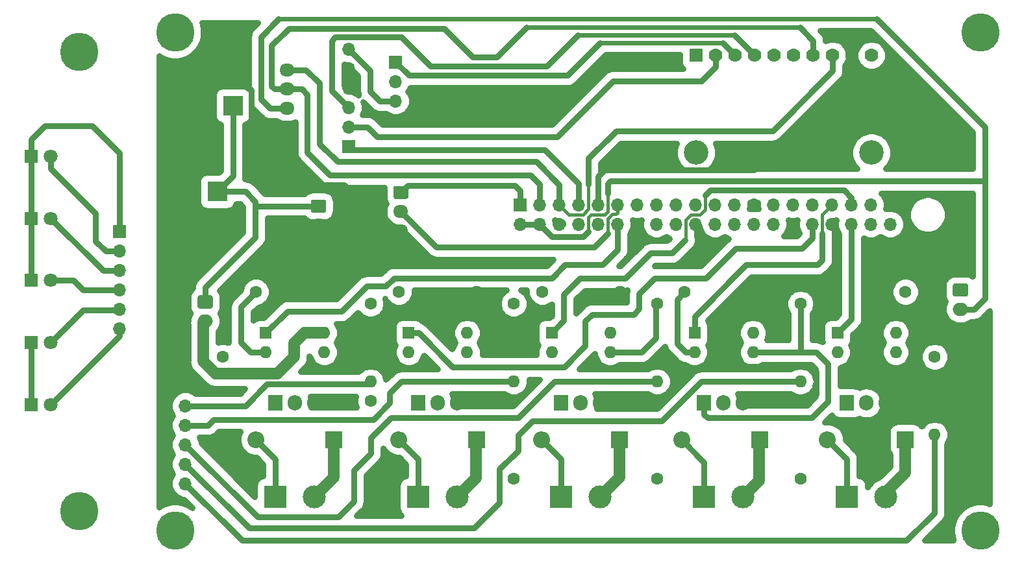
<source format=gbl>
G04 #@! TF.GenerationSoftware,KiCad,Pcbnew,(5.1.10)-1*
G04 #@! TF.CreationDate,2022-01-04T01:34:32+08:00*
G04 #@! TF.ProjectId,Smart Hydroponic - 1,536d6172-7420-4487-9964-726f706f6e69,rev?*
G04 #@! TF.SameCoordinates,Original*
G04 #@! TF.FileFunction,Copper,L2,Bot*
G04 #@! TF.FilePolarity,Positive*
%FSLAX46Y46*%
G04 Gerber Fmt 4.6, Leading zero omitted, Abs format (unit mm)*
G04 Created by KiCad (PCBNEW (5.1.10)-1) date 2022-01-04 01:34:32*
%MOMM*%
%LPD*%
G01*
G04 APERTURE LIST*
G04 #@! TA.AperFunction,ComponentPad*
%ADD10C,2.600000*%
G04 #@! TD*
G04 #@! TA.AperFunction,ComponentPad*
%ADD11R,2.600000X2.600000*%
G04 #@! TD*
G04 #@! TA.AperFunction,ComponentPad*
%ADD12R,1.700000X1.700000*%
G04 #@! TD*
G04 #@! TA.AperFunction,ComponentPad*
%ADD13O,1.700000X1.700000*%
G04 #@! TD*
G04 #@! TA.AperFunction,ComponentPad*
%ADD14O,1.905000X2.000000*%
G04 #@! TD*
G04 #@! TA.AperFunction,ComponentPad*
%ADD15R,1.905000X2.000000*%
G04 #@! TD*
G04 #@! TA.AperFunction,ComponentPad*
%ADD16C,3.000000*%
G04 #@! TD*
G04 #@! TA.AperFunction,ComponentPad*
%ADD17R,3.000000X3.000000*%
G04 #@! TD*
G04 #@! TA.AperFunction,ComponentPad*
%ADD18C,3.200000*%
G04 #@! TD*
G04 #@! TA.AperFunction,ComponentPad*
%ADD19R,1.778000X1.778000*%
G04 #@! TD*
G04 #@! TA.AperFunction,ComponentPad*
%ADD20C,1.778000*%
G04 #@! TD*
G04 #@! TA.AperFunction,ComponentPad*
%ADD21O,1.600000X1.600000*%
G04 #@! TD*
G04 #@! TA.AperFunction,ComponentPad*
%ADD22R,1.600000X1.600000*%
G04 #@! TD*
G04 #@! TA.AperFunction,ComponentPad*
%ADD23C,1.600000*%
G04 #@! TD*
G04 #@! TA.AperFunction,ComponentPad*
%ADD24O,2.000000X1.700000*%
G04 #@! TD*
G04 #@! TA.AperFunction,ComponentPad*
%ADD25O,1.950000X1.700000*%
G04 #@! TD*
G04 #@! TA.AperFunction,ComponentPad*
%ADD26O,2.200000X2.200000*%
G04 #@! TD*
G04 #@! TA.AperFunction,ComponentPad*
%ADD27R,2.200000X2.200000*%
G04 #@! TD*
G04 #@! TA.AperFunction,ComponentPad*
%ADD28C,1.800000*%
G04 #@! TD*
G04 #@! TA.AperFunction,ComponentPad*
%ADD29R,1.800000X1.800000*%
G04 #@! TD*
G04 #@! TA.AperFunction,ViaPad*
%ADD30C,5.000000*%
G04 #@! TD*
G04 #@! TA.AperFunction,Conductor*
%ADD31C,0.800000*%
G04 #@! TD*
G04 #@! TA.AperFunction,Conductor*
%ADD32C,1.500000*%
G04 #@! TD*
G04 #@! TA.AperFunction,Conductor*
%ADD33C,0.600000*%
G04 #@! TD*
G04 #@! TA.AperFunction,Conductor*
%ADD34C,0.400000*%
G04 #@! TD*
G04 #@! TA.AperFunction,Conductor*
%ADD35C,0.100000*%
G04 #@! TD*
G04 APERTURE END LIST*
D10*
X67040000Y-96730000D03*
X64040000Y-92030000D03*
D11*
X70040000Y-92030000D03*
D12*
X63850000Y-128680000D03*
D13*
X63850000Y-131220000D03*
X63850000Y-133760000D03*
X63850000Y-136300000D03*
X63850000Y-138840000D03*
X63850000Y-141380000D03*
X55270000Y-121220000D03*
X55270000Y-118680000D03*
X55270000Y-116140000D03*
X55270000Y-113600000D03*
X55270000Y-111060000D03*
D12*
X55270000Y-108520000D03*
D13*
X91270000Y-94000000D03*
X91270000Y-91460000D03*
X91270000Y-88920000D03*
D12*
X91270000Y-86380000D03*
D13*
X85110000Y-84660000D03*
X85110000Y-87200000D03*
X85110000Y-89740000D03*
X85110000Y-92280000D03*
X85110000Y-94820000D03*
D12*
X85110000Y-97360000D03*
D14*
X155204000Y-130870000D03*
X152664000Y-130870000D03*
D15*
X150124000Y-130870000D03*
D14*
X136575500Y-130870000D03*
X134035500Y-130870000D03*
D15*
X131495500Y-130870000D03*
D14*
X117947000Y-130870000D03*
X115407000Y-130870000D03*
D15*
X112867000Y-130870000D03*
D14*
X99318500Y-130870000D03*
X96778500Y-130870000D03*
D15*
X94238500Y-130870000D03*
D14*
X80690000Y-130870000D03*
X78150000Y-130870000D03*
D15*
X75610000Y-130870000D03*
D16*
X155204000Y-143110000D03*
D17*
X150124000Y-143110000D03*
D16*
X136575500Y-143110000D03*
D17*
X131495500Y-143110000D03*
D16*
X117947000Y-143110000D03*
D17*
X112867000Y-143110000D03*
D16*
X99318500Y-143110000D03*
D17*
X94238500Y-143110000D03*
D16*
X80690000Y-143110000D03*
D17*
X75610000Y-143110000D03*
D18*
X130440000Y-98182500D03*
X153300000Y-98182500D03*
D19*
X130440000Y-85482500D03*
D20*
X132980000Y-85482500D03*
X135520000Y-85482500D03*
X138060000Y-85482500D03*
X140600000Y-85482500D03*
X153300000Y-85482500D03*
X150760000Y-85482500D03*
X148220000Y-85482500D03*
X145680000Y-85482500D03*
X143140000Y-85482500D03*
D13*
X155760000Y-107540000D03*
X155760000Y-105000000D03*
X137980000Y-107540000D03*
X137980000Y-105000000D03*
X132900000Y-107540000D03*
X132900000Y-105000000D03*
X143060000Y-107540000D03*
X143060000Y-105000000D03*
X115120000Y-107540000D03*
X115120000Y-105000000D03*
X145600000Y-107540000D03*
X145600000Y-105000000D03*
X127820000Y-107540000D03*
X127820000Y-105000000D03*
X150680000Y-107540000D03*
X150680000Y-105000000D03*
X148140000Y-107540000D03*
X148140000Y-105000000D03*
X153220000Y-107540000D03*
X153220000Y-105000000D03*
X130360000Y-107540000D03*
X130360000Y-105000000D03*
X117660000Y-107540000D03*
X117660000Y-105000000D03*
X122740000Y-107540000D03*
X122740000Y-105000000D03*
X140520000Y-107540000D03*
X140520000Y-105000000D03*
X120200000Y-107540000D03*
X120200000Y-105000000D03*
X135440000Y-107540000D03*
X135440000Y-105000000D03*
D12*
X107500000Y-105000000D03*
D13*
X107500000Y-107540000D03*
X112580000Y-105000000D03*
X110040000Y-107540000D03*
X125280000Y-107540000D03*
X125280000Y-105000000D03*
X110040000Y-105000000D03*
X112580000Y-107540000D03*
D21*
X156484000Y-121720000D03*
X148864000Y-124260000D03*
X156484000Y-124260000D03*
D22*
X148864000Y-121720000D03*
D21*
X137855500Y-121720000D03*
X130235500Y-124260000D03*
X137855500Y-124260000D03*
D22*
X130235500Y-121720000D03*
D21*
X119227000Y-121720000D03*
X111607000Y-124260000D03*
X119227000Y-124260000D03*
D22*
X111607000Y-121720000D03*
D21*
X100598500Y-121720000D03*
X92978500Y-124260000D03*
X100598500Y-124260000D03*
D22*
X92978500Y-121720000D03*
D21*
X81970000Y-121720000D03*
X74350000Y-124260000D03*
X81970000Y-124260000D03*
D22*
X74350000Y-121720000D03*
D21*
X161554000Y-135005000D03*
D23*
X161554000Y-124845000D03*
D21*
X144040000Y-130560000D03*
D23*
X144040000Y-140720000D03*
D21*
X147584000Y-116370000D03*
D23*
X157744000Y-116370000D03*
D21*
X144040000Y-128075000D03*
D23*
X144040000Y-117915000D03*
D21*
X125356666Y-130560000D03*
D23*
X125356666Y-140720000D03*
D21*
X139115500Y-116370000D03*
D23*
X128955500Y-116370000D03*
D21*
X125356666Y-128075000D03*
D23*
X125356666Y-117915000D03*
D21*
X106673333Y-130560000D03*
D23*
X106673333Y-140720000D03*
D21*
X120530000Y-116370000D03*
D23*
X110370000Y-116370000D03*
D21*
X106673333Y-128075000D03*
D23*
X106673333Y-117915000D03*
D21*
X87990000Y-140720000D03*
D23*
X87990000Y-130560000D03*
D21*
X101858500Y-116370000D03*
D23*
X91698500Y-116370000D03*
D21*
X87990000Y-128075000D03*
D23*
X87990000Y-117915000D03*
D21*
X68730000Y-135005000D03*
D23*
X68730000Y-124845000D03*
D21*
X83230000Y-116370000D03*
D23*
X73070000Y-116370000D03*
D24*
X164910000Y-118620000D03*
G04 #@! TA.AperFunction,ComponentPad*
G36*
G01*
X164160000Y-115270000D02*
X165660000Y-115270000D01*
G75*
G02*
X165910000Y-115520000I0J-250000D01*
G01*
X165910000Y-116720000D01*
G75*
G02*
X165660000Y-116970000I-250000J0D01*
G01*
X164160000Y-116970000D01*
G75*
G02*
X163910000Y-116720000I0J250000D01*
G01*
X163910000Y-115520000D01*
G75*
G02*
X164160000Y-115270000I250000J0D01*
G01*
G37*
G04 #@! TD.AperFunction*
D25*
X77070000Y-87400000D03*
X77070000Y-89900000D03*
X77070000Y-92400000D03*
G04 #@! TA.AperFunction,ComponentPad*
G36*
G01*
X77795000Y-95750000D02*
X76345000Y-95750000D01*
G75*
G02*
X76095000Y-95500000I0J250000D01*
G01*
X76095000Y-94300000D01*
G75*
G02*
X76345000Y-94050000I250000J0D01*
G01*
X77795000Y-94050000D01*
G75*
G02*
X78045000Y-94300000I0J-250000D01*
G01*
X78045000Y-95500000D01*
G75*
G02*
X77795000Y-95750000I-250000J0D01*
G01*
G37*
G04 #@! TD.AperFunction*
X91950000Y-108380000D03*
X91950000Y-105880000D03*
G04 #@! TA.AperFunction,ComponentPad*
G36*
G01*
X91225000Y-102530000D02*
X92675000Y-102530000D01*
G75*
G02*
X92925000Y-102780000I0J-250000D01*
G01*
X92925000Y-103980000D01*
G75*
G02*
X92675000Y-104230000I-250000J0D01*
G01*
X91225000Y-104230000D01*
G75*
G02*
X90975000Y-103980000I0J250000D01*
G01*
X90975000Y-102780000D01*
G75*
G02*
X91225000Y-102530000I250000J0D01*
G01*
G37*
G04 #@! TD.AperFunction*
D24*
X81210000Y-107650000D03*
G04 #@! TA.AperFunction,ComponentPad*
G36*
G01*
X80460000Y-104300000D02*
X81960000Y-104300000D01*
G75*
G02*
X82210000Y-104550000I0J-250000D01*
G01*
X82210000Y-105750000D01*
G75*
G02*
X81960000Y-106000000I-250000J0D01*
G01*
X80460000Y-106000000D01*
G75*
G02*
X80210000Y-105750000I0J250000D01*
G01*
X80210000Y-104550000D01*
G75*
G02*
X80460000Y-104300000I250000J0D01*
G01*
G37*
G04 #@! TD.AperFunction*
D10*
X68010000Y-108330000D03*
D11*
X68010000Y-103250000D03*
D24*
X66440000Y-120170000D03*
G04 #@! TA.AperFunction,ComponentPad*
G36*
G01*
X65690000Y-116820000D02*
X67190000Y-116820000D01*
G75*
G02*
X67440000Y-117070000I0J-250000D01*
G01*
X67440000Y-118270000D01*
G75*
G02*
X67190000Y-118520000I-250000J0D01*
G01*
X65690000Y-118520000D01*
G75*
G02*
X65440000Y-118270000I0J250000D01*
G01*
X65440000Y-117070000D01*
G75*
G02*
X65690000Y-116820000I250000J0D01*
G01*
G37*
G04 #@! TD.AperFunction*
D26*
X147584000Y-135640000D03*
D27*
X157744000Y-135640000D03*
D28*
X46300000Y-131070000D03*
D29*
X43760000Y-131070000D03*
D26*
X128550000Y-135640000D03*
D27*
X138710000Y-135640000D03*
D28*
X46300000Y-122970000D03*
D29*
X43760000Y-122970000D03*
D26*
X110327000Y-135640000D03*
D27*
X120487000Y-135640000D03*
D28*
X46300000Y-114870000D03*
D29*
X43760000Y-114870000D03*
D26*
X91698500Y-135640000D03*
D27*
X101858500Y-135640000D03*
D28*
X46300000Y-106770000D03*
D29*
X43760000Y-106770000D03*
D28*
X46300000Y-98670000D03*
D29*
X43760000Y-98670000D03*
D26*
X73070000Y-135640000D03*
D27*
X83230000Y-135640000D03*
D30*
X62500000Y-82500000D03*
X167500000Y-82500000D03*
X62500000Y-147500000D03*
X167500000Y-147500000D03*
X50000000Y-85000000D03*
X50000000Y-145000000D03*
D31*
X75610000Y-138180000D02*
X73070000Y-135640000D01*
X75610000Y-143110000D02*
X75610000Y-138180000D01*
D32*
X157740000Y-135644000D02*
X157744000Y-135640000D01*
X157740000Y-139960000D02*
X157740000Y-135644000D01*
X155204000Y-142496000D02*
X157740000Y-139960000D01*
X155204000Y-143110000D02*
X155204000Y-142496000D01*
X138670000Y-135680000D02*
X138710000Y-135640000D01*
X138670000Y-141015500D02*
X138670000Y-135680000D01*
X136575500Y-143110000D02*
X138670000Y-141015500D01*
X120480000Y-135647000D02*
X120487000Y-135640000D01*
X120480000Y-140577000D02*
X120480000Y-135647000D01*
X117947000Y-143110000D02*
X120480000Y-140577000D01*
X101740000Y-135758500D02*
X101858500Y-135640000D01*
X101740000Y-140688500D02*
X101740000Y-135758500D01*
X99318500Y-143110000D02*
X101740000Y-140688500D01*
X83210000Y-135660000D02*
X83230000Y-135640000D01*
X83210000Y-140590000D02*
X83210000Y-135660000D01*
X80690000Y-143110000D02*
X83210000Y-140590000D01*
X79410000Y-121720000D02*
X81970000Y-121720000D01*
X78070000Y-123060000D02*
X79410000Y-121720000D01*
X78070000Y-124830000D02*
X78070000Y-123060000D01*
X66150000Y-125390000D02*
X67800000Y-127040000D01*
X66150000Y-120460000D02*
X66150000Y-125390000D01*
X75860000Y-127040000D02*
X78070000Y-124830000D01*
X67800000Y-127040000D02*
X75860000Y-127040000D01*
X66440000Y-120170000D02*
X66150000Y-120460000D01*
D31*
X46300000Y-98670000D02*
X46300000Y-100280000D01*
X46300000Y-100280000D02*
X52130000Y-106110000D01*
X52130000Y-106110000D02*
X52130000Y-109750000D01*
X53440000Y-111060000D02*
X55270000Y-111060000D01*
X52130000Y-109750000D02*
X53440000Y-111060000D01*
X87675000Y-128390000D02*
X87990000Y-128075000D01*
X74490000Y-128390000D02*
X87675000Y-128390000D01*
X71660000Y-131220000D02*
X74490000Y-128390000D01*
X63850000Y-131220000D02*
X71660000Y-131220000D01*
X53130000Y-113600000D02*
X55270000Y-113600000D01*
X46300000Y-106770000D02*
X53130000Y-113600000D01*
X91965000Y-128075000D02*
X106673333Y-128075000D01*
X90510000Y-129530000D02*
X91965000Y-128075000D01*
X90510000Y-130870000D02*
X90510000Y-129530000D01*
X88380000Y-133000000D02*
X90510000Y-130870000D01*
X67550000Y-133000000D02*
X88380000Y-133000000D01*
X66790000Y-133760000D02*
X67550000Y-133000000D01*
X63850000Y-133760000D02*
X66790000Y-133760000D01*
X94238500Y-138180000D02*
X91698500Y-135640000D01*
X94238500Y-143110000D02*
X94238500Y-138180000D01*
X50510000Y-116140000D02*
X55270000Y-116140000D01*
X49240000Y-114870000D02*
X50510000Y-116140000D01*
X46300000Y-114870000D02*
X49240000Y-114870000D01*
X111985000Y-128075000D02*
X125356666Y-128075000D01*
X107240000Y-132820000D02*
X111985000Y-128075000D01*
X90640000Y-132820000D02*
X107240000Y-132820000D01*
X88060000Y-135400000D02*
X90640000Y-132820000D01*
X88060000Y-137410000D02*
X88060000Y-135400000D01*
X85800000Y-139670000D02*
X88060000Y-137410000D01*
X85800000Y-143730000D02*
X85800000Y-139670000D01*
X83770000Y-145760000D02*
X85800000Y-143730000D01*
X73310000Y-145760000D02*
X83770000Y-145760000D01*
X63850000Y-136300000D02*
X73310000Y-145760000D01*
X112867000Y-138180000D02*
X110327000Y-135640000D01*
X112867000Y-143110000D02*
X112867000Y-138180000D01*
X55240000Y-118710000D02*
X55270000Y-118680000D01*
X50560000Y-118710000D02*
X55240000Y-118710000D01*
X46300000Y-122970000D02*
X50560000Y-118710000D01*
X131095000Y-128075000D02*
X144040000Y-128075000D01*
X125990000Y-133180000D02*
X131095000Y-128075000D01*
X109090000Y-133180000D02*
X125990000Y-133180000D01*
X107230000Y-135040000D02*
X109090000Y-133180000D01*
X107230000Y-137070000D02*
X107230000Y-135040000D01*
X104830000Y-139470000D02*
X107230000Y-137070000D01*
X104830000Y-143880000D02*
X104830000Y-139470000D01*
X101520000Y-147190000D02*
X104830000Y-143880000D01*
X72200000Y-147190000D02*
X101520000Y-147190000D01*
X63850000Y-138840000D02*
X72200000Y-147190000D01*
X131495500Y-138585500D02*
X128550000Y-135640000D01*
X131495500Y-143110000D02*
X131495500Y-138585500D01*
X55270000Y-122100000D02*
X55270000Y-121220000D01*
X46300000Y-131070000D02*
X55270000Y-122100000D01*
X161530000Y-134981000D02*
X161554000Y-135005000D01*
X161530000Y-145190000D02*
X161530000Y-134981000D01*
X157900000Y-148820000D02*
X161530000Y-145190000D01*
X71290000Y-148820000D02*
X157900000Y-148820000D01*
X63850000Y-141380000D02*
X71290000Y-148820000D01*
X150124000Y-138180000D02*
X147584000Y-135640000D01*
X150124000Y-143110000D02*
X150124000Y-138180000D01*
X85110000Y-84660000D02*
X87960000Y-87510000D01*
X87960000Y-87510000D02*
X87960000Y-90240000D01*
X89180000Y-91460000D02*
X91270000Y-91460000D01*
X87960000Y-90240000D02*
X89180000Y-91460000D01*
X92870000Y-102460000D02*
X91950000Y-103380000D01*
X106820000Y-102460000D02*
X92870000Y-102460000D01*
X107500000Y-103140000D02*
X106820000Y-102460000D01*
X107500000Y-105000000D02*
X107500000Y-103140000D01*
X43760000Y-131070000D02*
X43760000Y-122970000D01*
X43760000Y-114870000D02*
X43760000Y-106770000D01*
X43760000Y-106770000D02*
X43760000Y-98670000D01*
X43760000Y-98670000D02*
X43760000Y-96460000D01*
X43760000Y-96460000D02*
X45560000Y-94660000D01*
X45560000Y-94660000D02*
X51690000Y-94660000D01*
X55270000Y-98240000D02*
X55270000Y-108520000D01*
X51690000Y-94660000D02*
X55270000Y-98240000D01*
X64040000Y-93730000D02*
X64040000Y-92030000D01*
X67040000Y-96730000D02*
X64040000Y-93730000D01*
X77070000Y-95750000D02*
X77060000Y-95760000D01*
X77070000Y-94900000D02*
X77070000Y-95750000D01*
X77060000Y-95760000D02*
X77060000Y-98160000D01*
X77060000Y-98160000D02*
X81250000Y-102350000D01*
X81250000Y-102350000D02*
X84560000Y-102350000D01*
X84560000Y-102350000D02*
X86230000Y-104020000D01*
X86230000Y-104020000D02*
X86230000Y-106570000D01*
X68010000Y-108330000D02*
X64610000Y-108330000D01*
X64610000Y-108330000D02*
X63130000Y-106850000D01*
X63130000Y-100640000D02*
X67040000Y-96730000D01*
X63130000Y-106850000D02*
X63130000Y-100640000D01*
X83230000Y-107730000D02*
X83150000Y-107650000D01*
X83230000Y-116370000D02*
X83230000Y-107730000D01*
X81210000Y-107650000D02*
X83150000Y-107650000D01*
X136620000Y-116370000D02*
X139115500Y-116370000D01*
X134720000Y-118270000D02*
X136620000Y-116370000D01*
X134720000Y-124670000D02*
X134720000Y-118270000D01*
X136140000Y-126090000D02*
X134720000Y-124670000D01*
X145480000Y-126090000D02*
X136140000Y-126090000D01*
X146130000Y-126740000D02*
X145480000Y-126090000D01*
X146130000Y-129720000D02*
X146130000Y-126740000D01*
X145290000Y-130560000D02*
X146130000Y-129720000D01*
X144040000Y-130560000D02*
X145290000Y-130560000D01*
X117660000Y-101250000D02*
X117660000Y-105000000D01*
X118470000Y-100440000D02*
X117660000Y-101250000D01*
X137940000Y-100440000D02*
X118470000Y-100440000D01*
X150760000Y-87620000D02*
X137940000Y-100440000D01*
X150760000Y-85482500D02*
X150760000Y-87620000D01*
X73650000Y-94900000D02*
X77070000Y-94900000D01*
X72410000Y-93660000D02*
X73650000Y-94900000D01*
X70780000Y-88400000D02*
X72410000Y-90030000D01*
X65440000Y-88400000D02*
X70780000Y-88400000D01*
X64040000Y-89800000D02*
X65440000Y-88400000D01*
X72410000Y-90030000D02*
X72410000Y-93660000D01*
X64040000Y-92030000D02*
X64040000Y-89800000D01*
X86230000Y-107650000D02*
X86230000Y-106570000D01*
X83150000Y-107650000D02*
X86230000Y-107650000D01*
X86870000Y-108380000D02*
X91950000Y-108380000D01*
X86230000Y-107740000D02*
X86870000Y-108380000D01*
X86230000Y-106570000D02*
X86230000Y-107740000D01*
X115009968Y-82850032D02*
X110960000Y-86900000D01*
X82930000Y-90100000D02*
X85110000Y-92280000D01*
X82930000Y-83560000D02*
X82930000Y-90100000D01*
X83389989Y-83100011D02*
X82930000Y-83560000D01*
X138060000Y-85482500D02*
X135427532Y-82850032D01*
X110960000Y-86900000D02*
X95800000Y-86900000D01*
X92000011Y-83100011D02*
X83389989Y-83100011D01*
X95800000Y-86900000D02*
X92000011Y-83100011D01*
D33*
X135427532Y-82850032D02*
X115009968Y-82850032D01*
D31*
X87570000Y-94820000D02*
X85110000Y-94820000D01*
X88870000Y-96120000D02*
X87570000Y-94820000D01*
X112320000Y-96120000D02*
X88870000Y-96120000D01*
X119590000Y-88850000D02*
X112320000Y-96120000D01*
X131140000Y-88850000D02*
X119590000Y-88850000D01*
X133010000Y-86980000D02*
X131140000Y-88850000D01*
X133010000Y-85512500D02*
X133010000Y-86980000D01*
X132980000Y-85482500D02*
X133010000Y-85512500D01*
X85560000Y-97810000D02*
X85110000Y-97360000D01*
X110720000Y-97810000D02*
X85560000Y-97810000D01*
X115120000Y-102210000D02*
X110720000Y-97810000D01*
X115120000Y-105000000D02*
X115120000Y-102210000D01*
X113660000Y-88120000D02*
X93010000Y-88120000D01*
D33*
X133887543Y-83850043D02*
X117929957Y-83850043D01*
D31*
X117929957Y-83850043D02*
X113660000Y-88120000D01*
X135520000Y-85482500D02*
X133887543Y-83850043D01*
X93010000Y-88120000D02*
X91270000Y-86380000D01*
X66440000Y-117670000D02*
X66440000Y-115770000D01*
X66440000Y-115770000D02*
X72980000Y-109230000D01*
X71660000Y-103250000D02*
X68010000Y-103250000D01*
X72980000Y-104570000D02*
X71660000Y-103250000D01*
X73040000Y-105150000D02*
X72980000Y-105090000D01*
X81210000Y-105150000D02*
X73040000Y-105150000D01*
X72980000Y-105090000D02*
X72980000Y-104570000D01*
X72980000Y-109230000D02*
X72980000Y-105090000D01*
X70040000Y-101220000D02*
X68010000Y-103250000D01*
X70040000Y-92030000D02*
X70040000Y-101220000D01*
D34*
X120200000Y-106010000D02*
X120200000Y-105000000D01*
X119970000Y-106240000D02*
X120200000Y-106010000D01*
X119520000Y-106240000D02*
X119970000Y-106240000D01*
X118930000Y-106830000D02*
X119520000Y-106240000D01*
X118930000Y-108710000D02*
X118930000Y-106830000D01*
D31*
X117150000Y-110490000D02*
X118930000Y-108710000D01*
X96560000Y-110490000D02*
X117150000Y-110490000D01*
X91950000Y-105880000D02*
X96560000Y-110490000D01*
X112580000Y-105000000D02*
X112580000Y-102350000D01*
D34*
X116409999Y-105560003D02*
X116409999Y-104300001D01*
X115720001Y-106250001D02*
X116409999Y-105560003D01*
X113830001Y-106250001D02*
X115720001Y-106250001D01*
X112580000Y-105000000D02*
X113830001Y-106250001D01*
D31*
X79593590Y-87400000D02*
X77070000Y-87400000D01*
X81320000Y-89126410D02*
X79593590Y-87400000D01*
X81320000Y-97020000D02*
X81320000Y-89126410D01*
X83670000Y-99370000D02*
X81320000Y-97020000D01*
X109600000Y-99370000D02*
X83670000Y-99370000D01*
X112580000Y-102350000D02*
X109600000Y-99370000D01*
D34*
X116420000Y-104290000D02*
X116420000Y-102310000D01*
X116409999Y-104300001D02*
X116420000Y-104290000D01*
D31*
X148220000Y-87510000D02*
X148220000Y-85482500D01*
X140400000Y-95330000D02*
X148220000Y-87510000D01*
X120000000Y-95330000D02*
X140400000Y-95330000D01*
X116420000Y-98910000D02*
X120000000Y-95330000D01*
X116420000Y-102310000D02*
X116420000Y-98910000D01*
X110040000Y-105000000D02*
X110040000Y-102310000D01*
X79090000Y-89900000D02*
X77070000Y-89900000D01*
X79770000Y-98140000D02*
X79770000Y-90580000D01*
X82720000Y-101090000D02*
X79770000Y-98140000D01*
X79770000Y-90580000D02*
X79090000Y-89900000D01*
X108820000Y-101090000D02*
X82720000Y-101090000D01*
X110040000Y-102310000D02*
X108820000Y-101090000D01*
X75500000Y-89900000D02*
X77070000Y-89900000D01*
X75080000Y-89480000D02*
X75500000Y-89900000D01*
X75080000Y-84200000D02*
X75080000Y-89480000D01*
X77330000Y-81950000D02*
X75080000Y-84200000D01*
X97560000Y-81950000D02*
X77330000Y-81950000D01*
X101350000Y-85740000D02*
X97560000Y-81950000D01*
X108349979Y-81850021D02*
X104460000Y-85740000D01*
D33*
X143970021Y-81850021D02*
X108349979Y-81850021D01*
D31*
X145680000Y-83560000D02*
X143970021Y-81850021D01*
X104460000Y-85740000D02*
X101350000Y-85740000D01*
X145680000Y-85482500D02*
X145680000Y-83560000D01*
X110040000Y-107540000D02*
X107500000Y-107540000D01*
X166710000Y-118620000D02*
X164910000Y-118620000D01*
X168130000Y-117200000D02*
X166710000Y-118620000D01*
X168130000Y-101860000D02*
X168130000Y-117200000D01*
X124740000Y-101860000D02*
X168130000Y-101860000D01*
X119280000Y-101860000D02*
X124740000Y-101860000D01*
X118940000Y-102200000D02*
X119280000Y-101860000D01*
X118940000Y-103450000D02*
X118940000Y-102200000D01*
X111640000Y-109140000D02*
X115710000Y-109140000D01*
X110040000Y-107540000D02*
X111640000Y-109140000D01*
X116390000Y-108460000D02*
X115710000Y-109140000D01*
X168130000Y-101250000D02*
X168130000Y-101860000D01*
X168130000Y-94880000D02*
X168130000Y-101250000D01*
X154000010Y-80750010D02*
X168130000Y-94880000D01*
D33*
X76039990Y-80750010D02*
X154000010Y-80750010D01*
D31*
X73730000Y-83060000D02*
X76039990Y-80750010D01*
X73730000Y-91230000D02*
X73730000Y-83060000D01*
X74900000Y-92400000D02*
X73730000Y-91230000D01*
X77070000Y-92400000D02*
X74900000Y-92400000D01*
D34*
X118940000Y-105870000D02*
X118940000Y-103450000D01*
X118520001Y-106289999D02*
X118940000Y-105870000D01*
X116700001Y-106289999D02*
X118520001Y-106289999D01*
X116390000Y-106600000D02*
X116700001Y-106289999D01*
X116390000Y-108460000D02*
X116390000Y-106600000D01*
D31*
X74350000Y-124260000D02*
X72390000Y-124260000D01*
X72390000Y-124260000D02*
X71120000Y-122990000D01*
X71120000Y-118320000D02*
X73070000Y-116370000D01*
X71120000Y-122990000D02*
X71120000Y-118320000D01*
X130235500Y-124260000D02*
X129070000Y-124260000D01*
X129070000Y-124260000D02*
X127970000Y-123160000D01*
X127970000Y-117355500D02*
X128955500Y-116370000D01*
X127970000Y-123160000D02*
X127970000Y-117355500D01*
X77170000Y-118900000D02*
X74350000Y-121720000D01*
X84200000Y-118900000D02*
X77170000Y-118900000D01*
X87490000Y-115610000D02*
X84200000Y-118900000D01*
X89980000Y-115610000D02*
X87490000Y-115610000D01*
X91050000Y-114540000D02*
X89980000Y-115610000D01*
X111610000Y-114540000D02*
X91050000Y-114540000D01*
X113350000Y-112800000D02*
X111610000Y-114540000D01*
X118270000Y-112800000D02*
X113350000Y-112800000D01*
X120200000Y-110870000D02*
X118270000Y-112800000D01*
X120200000Y-107540000D02*
X120200000Y-110870000D01*
X94278500Y-121720000D02*
X92978500Y-121720000D01*
X98708500Y-126150000D02*
X94278500Y-121720000D01*
X145600000Y-107540000D02*
X145600000Y-109350000D01*
X116000000Y-123400000D02*
X113250000Y-126150000D01*
X144250000Y-110700000D02*
X135630000Y-110700000D01*
X135630000Y-110700000D02*
X131720000Y-114610000D01*
X131720000Y-114610000D02*
X125060000Y-114610000D01*
X123020000Y-118590000D02*
X122300000Y-119310000D01*
X145600000Y-109350000D02*
X144250000Y-110700000D01*
X125060000Y-114610000D02*
X123020000Y-116650000D01*
X123020000Y-116650000D02*
X123020000Y-118590000D01*
X122300000Y-119310000D02*
X116890000Y-119310000D01*
X116890000Y-119310000D02*
X116000000Y-120200000D01*
X116000000Y-120200000D02*
X116000000Y-123400000D01*
X113250000Y-126150000D02*
X98708500Y-126150000D01*
D34*
X129109999Y-109500001D02*
X128995001Y-109614999D01*
X129109999Y-106939999D02*
X129109999Y-109500001D01*
X129759999Y-106289999D02*
X129109999Y-106939999D01*
X130960001Y-106289999D02*
X129759999Y-106289999D01*
X130979501Y-106309499D02*
X130960001Y-106289999D01*
X131669499Y-105619501D02*
X130979501Y-106309499D01*
X131650000Y-105600002D02*
X131669499Y-105619501D01*
X131650000Y-103760000D02*
X131650000Y-105600002D01*
D31*
X150680000Y-105000000D02*
X150680000Y-104050000D01*
X150680000Y-104050000D02*
X149720000Y-103090000D01*
X149720000Y-103090000D02*
X132320000Y-103090000D01*
X132320000Y-103090000D02*
X131650000Y-103760000D01*
X113210000Y-120117000D02*
X111607000Y-121720000D01*
X113210000Y-116670000D02*
X113210000Y-120117000D01*
X115330000Y-114550000D02*
X113210000Y-116670000D01*
X121240000Y-114550000D02*
X115330000Y-114550000D01*
X124480000Y-111310000D02*
X121240000Y-114550000D01*
X127300000Y-111310000D02*
X124480000Y-111310000D01*
X128995001Y-109614999D02*
X127300000Y-111310000D01*
D34*
X146880000Y-106260000D02*
X148140000Y-105000000D01*
X146880000Y-108750000D02*
X146880000Y-106260000D01*
X146870000Y-108760000D02*
X146880000Y-108750000D01*
D31*
X130235500Y-119564500D02*
X130235500Y-121720000D01*
X136990000Y-112810000D02*
X130235500Y-119564500D01*
X146250000Y-112810000D02*
X136990000Y-112810000D01*
X146870000Y-112190000D02*
X146250000Y-112810000D01*
X146870000Y-108760000D02*
X146870000Y-112190000D01*
X150680000Y-119904000D02*
X148864000Y-121720000D01*
X150680000Y-107540000D02*
X150680000Y-119904000D01*
X119227000Y-124260000D02*
X123310000Y-124260000D01*
X123310000Y-124260000D02*
X125210000Y-122360000D01*
X125210000Y-118061666D02*
X125356666Y-117915000D01*
X125210000Y-122360000D02*
X125210000Y-118061666D01*
X144040000Y-124150000D02*
X144150000Y-124260000D01*
X144040000Y-117915000D02*
X144040000Y-124150000D01*
X144150000Y-124260000D02*
X137855500Y-124260000D01*
X146120000Y-124260000D02*
X144150000Y-124260000D01*
X147630000Y-125770000D02*
X146120000Y-124260000D01*
X147630000Y-130690000D02*
X147630000Y-125770000D01*
X145550000Y-132770000D02*
X147630000Y-130690000D01*
X131495500Y-132325500D02*
X131940000Y-132770000D01*
X131940000Y-132770000D02*
X145550000Y-132770000D01*
X131495500Y-130870000D02*
X131495500Y-132325500D01*
X166530001Y-114359766D02*
X166468802Y-114309542D01*
X166217113Y-114175011D01*
X165944014Y-114092167D01*
X165660000Y-114064194D01*
X164160000Y-114064194D01*
X163875986Y-114092167D01*
X163602887Y-114175011D01*
X163351198Y-114309542D01*
X163130590Y-114490590D01*
X162949542Y-114711198D01*
X162815011Y-114962887D01*
X162732167Y-115235986D01*
X162704194Y-115520000D01*
X162704194Y-116720000D01*
X162732167Y-117004014D01*
X162815011Y-117277113D01*
X162949542Y-117528802D01*
X162991475Y-117579898D01*
X162856883Y-117831703D01*
X162739662Y-118218130D01*
X162700081Y-118620000D01*
X162739662Y-119021870D01*
X162856883Y-119408297D01*
X163047240Y-119764430D01*
X163303417Y-120076583D01*
X163615570Y-120332760D01*
X163971703Y-120523117D01*
X164358130Y-120640338D01*
X164659291Y-120670000D01*
X165160709Y-120670000D01*
X165461870Y-120640338D01*
X165848297Y-120523117D01*
X166204430Y-120332760D01*
X166341829Y-120220000D01*
X166631406Y-120220000D01*
X166710000Y-120227741D01*
X166788594Y-120220000D01*
X166788597Y-120220000D01*
X167023655Y-120196849D01*
X167325256Y-120105359D01*
X167603213Y-119956788D01*
X167846845Y-119756845D01*
X167896953Y-119695788D01*
X168750001Y-118842741D01*
X168750000Y-144012916D01*
X168579250Y-143942189D01*
X167864418Y-143800000D01*
X167135582Y-143800000D01*
X166420750Y-143942189D01*
X165747393Y-144221102D01*
X165141387Y-144626022D01*
X164626022Y-145141387D01*
X164221102Y-145747393D01*
X163942189Y-146420750D01*
X163800000Y-147135582D01*
X163800000Y-147864418D01*
X163942189Y-148579250D01*
X164012916Y-148750000D01*
X160232741Y-148750000D01*
X162605794Y-146376948D01*
X162666845Y-146326845D01*
X162841354Y-146114205D01*
X162866788Y-146083214D01*
X162918539Y-145986394D01*
X163015359Y-145805256D01*
X163106849Y-145503655D01*
X163130000Y-145268597D01*
X163130000Y-145268595D01*
X163137741Y-145190001D01*
X163130000Y-145111407D01*
X163130000Y-136246254D01*
X163326377Y-135952355D01*
X163477141Y-135588378D01*
X163554000Y-135201983D01*
X163554000Y-134808017D01*
X163477141Y-134421622D01*
X163326377Y-134057645D01*
X163107501Y-133730074D01*
X162828926Y-133451499D01*
X162501355Y-133232623D01*
X162137378Y-133081859D01*
X161750983Y-133005000D01*
X161357017Y-133005000D01*
X160970622Y-133081859D01*
X160606645Y-133232623D01*
X160279074Y-133451499D01*
X160000499Y-133730074D01*
X159873413Y-133920271D01*
X159846591Y-133870090D01*
X159696634Y-133687366D01*
X159513910Y-133537409D01*
X159305442Y-133425981D01*
X159079241Y-133357363D01*
X158844000Y-133334194D01*
X156644000Y-133334194D01*
X156408759Y-133357363D01*
X156182558Y-133425981D01*
X155974090Y-133537409D01*
X155791366Y-133687366D01*
X155641409Y-133870090D01*
X155529981Y-134078558D01*
X155461363Y-134304759D01*
X155438194Y-134540000D01*
X155438194Y-136740000D01*
X155461363Y-136975241D01*
X155529981Y-137201442D01*
X155641409Y-137409910D01*
X155790001Y-137590970D01*
X155790000Y-139152284D01*
X154431526Y-140510759D01*
X154416439Y-140513760D01*
X153925070Y-140717291D01*
X153482850Y-141012773D01*
X153106773Y-141388850D01*
X152829806Y-141803360D01*
X152829806Y-141610000D01*
X152806637Y-141374759D01*
X152738019Y-141148558D01*
X152626591Y-140940090D01*
X152476634Y-140757366D01*
X152293910Y-140607409D01*
X152085442Y-140495981D01*
X151859241Y-140427363D01*
X151724000Y-140414043D01*
X151724000Y-138258593D01*
X151731741Y-138179999D01*
X151723187Y-138093151D01*
X151700849Y-137866345D01*
X151609359Y-137564744D01*
X151460788Y-137286787D01*
X151260845Y-137043155D01*
X151199793Y-136993051D01*
X149884000Y-135677259D01*
X149884000Y-135413470D01*
X149795613Y-134969115D01*
X149622234Y-134550541D01*
X149370527Y-134173835D01*
X149050165Y-133853473D01*
X148673459Y-133601766D01*
X148254885Y-133428387D01*
X147810530Y-133340000D01*
X147357470Y-133340000D01*
X147214254Y-133368487D01*
X148124993Y-132457749D01*
X148168909Y-132539910D01*
X148318866Y-132722634D01*
X148501590Y-132872591D01*
X148710058Y-132984019D01*
X148936259Y-133052637D01*
X149171500Y-133075806D01*
X151076500Y-133075806D01*
X151311741Y-133052637D01*
X151537942Y-132984019D01*
X151746410Y-132872591D01*
X151749996Y-132869648D01*
X151836289Y-132915773D01*
X152242037Y-133038855D01*
X152664000Y-133080415D01*
X153085964Y-133038855D01*
X153491712Y-132915773D01*
X153865651Y-132715898D01*
X154193412Y-132446912D01*
X154462398Y-132119151D01*
X154662273Y-131745211D01*
X154785355Y-131339463D01*
X154816500Y-131023244D01*
X154816500Y-130716755D01*
X154785355Y-130400536D01*
X154662273Y-129994788D01*
X154462398Y-129620849D01*
X154193412Y-129293088D01*
X153865651Y-129024102D01*
X153491711Y-128824227D01*
X153085963Y-128701145D01*
X152664000Y-128659585D01*
X152242036Y-128701145D01*
X151836288Y-128824227D01*
X151749995Y-128870351D01*
X151746410Y-128867409D01*
X151537942Y-128755981D01*
X151311741Y-128687363D01*
X151076500Y-128664194D01*
X149230000Y-128664194D01*
X149230000Y-126226380D01*
X149447378Y-126183141D01*
X149811355Y-126032377D01*
X150138926Y-125813501D01*
X150417501Y-125534926D01*
X150636377Y-125207355D01*
X150787141Y-124843378D01*
X150864000Y-124456983D01*
X150864000Y-124063017D01*
X150787141Y-123676622D01*
X150636377Y-123312645D01*
X150604732Y-123265285D01*
X150666591Y-123189910D01*
X150778019Y-122981442D01*
X150846637Y-122755241D01*
X150869806Y-122520000D01*
X150869806Y-121976935D01*
X151323724Y-121523017D01*
X154484000Y-121523017D01*
X154484000Y-121916983D01*
X154560859Y-122303378D01*
X154711623Y-122667355D01*
X154927208Y-122990000D01*
X154711623Y-123312645D01*
X154560859Y-123676622D01*
X154484000Y-124063017D01*
X154484000Y-124456983D01*
X154560859Y-124843378D01*
X154711623Y-125207355D01*
X154930499Y-125534926D01*
X155209074Y-125813501D01*
X155536645Y-126032377D01*
X155900622Y-126183141D01*
X156287017Y-126260000D01*
X156680983Y-126260000D01*
X157067378Y-126183141D01*
X157431355Y-126032377D01*
X157758926Y-125813501D01*
X158037501Y-125534926D01*
X158256377Y-125207355D01*
X158407141Y-124843378D01*
X158446000Y-124648017D01*
X159554000Y-124648017D01*
X159554000Y-125041983D01*
X159630859Y-125428378D01*
X159781623Y-125792355D01*
X160000499Y-126119926D01*
X160279074Y-126398501D01*
X160606645Y-126617377D01*
X160970622Y-126768141D01*
X161357017Y-126845000D01*
X161750983Y-126845000D01*
X162137378Y-126768141D01*
X162501355Y-126617377D01*
X162828926Y-126398501D01*
X163107501Y-126119926D01*
X163326377Y-125792355D01*
X163477141Y-125428378D01*
X163554000Y-125041983D01*
X163554000Y-124648017D01*
X163477141Y-124261622D01*
X163326377Y-123897645D01*
X163107501Y-123570074D01*
X162828926Y-123291499D01*
X162501355Y-123072623D01*
X162137378Y-122921859D01*
X161750983Y-122845000D01*
X161357017Y-122845000D01*
X160970622Y-122921859D01*
X160606645Y-123072623D01*
X160279074Y-123291499D01*
X160000499Y-123570074D01*
X159781623Y-123897645D01*
X159630859Y-124261622D01*
X159554000Y-124648017D01*
X158446000Y-124648017D01*
X158484000Y-124456983D01*
X158484000Y-124063017D01*
X158407141Y-123676622D01*
X158256377Y-123312645D01*
X158040792Y-122990000D01*
X158256377Y-122667355D01*
X158407141Y-122303378D01*
X158484000Y-121916983D01*
X158484000Y-121523017D01*
X158407141Y-121136622D01*
X158256377Y-120772645D01*
X158037501Y-120445074D01*
X157758926Y-120166499D01*
X157431355Y-119947623D01*
X157067378Y-119796859D01*
X156680983Y-119720000D01*
X156287017Y-119720000D01*
X155900622Y-119796859D01*
X155536645Y-119947623D01*
X155209074Y-120166499D01*
X154930499Y-120445074D01*
X154711623Y-120772645D01*
X154560859Y-121136622D01*
X154484000Y-121523017D01*
X151323724Y-121523017D01*
X151755793Y-121090949D01*
X151816845Y-121040845D01*
X152016788Y-120797213D01*
X152165359Y-120519256D01*
X152256849Y-120217655D01*
X152280000Y-119982597D01*
X152280000Y-119982594D01*
X152287741Y-119904000D01*
X152280000Y-119825406D01*
X152280000Y-116173017D01*
X155744000Y-116173017D01*
X155744000Y-116566983D01*
X155820859Y-116953378D01*
X155971623Y-117317355D01*
X156190499Y-117644926D01*
X156469074Y-117923501D01*
X156796645Y-118142377D01*
X157160622Y-118293141D01*
X157547017Y-118370000D01*
X157940983Y-118370000D01*
X158327378Y-118293141D01*
X158691355Y-118142377D01*
X159018926Y-117923501D01*
X159297501Y-117644926D01*
X159516377Y-117317355D01*
X159667141Y-116953378D01*
X159744000Y-116566983D01*
X159744000Y-116173017D01*
X159667141Y-115786622D01*
X159516377Y-115422645D01*
X159297501Y-115095074D01*
X159018926Y-114816499D01*
X158691355Y-114597623D01*
X158327378Y-114446859D01*
X157940983Y-114370000D01*
X157547017Y-114370000D01*
X157160622Y-114446859D01*
X156796645Y-114597623D01*
X156469074Y-114816499D01*
X156190499Y-115095074D01*
X155971623Y-115422645D01*
X155820859Y-115786622D01*
X155744000Y-116173017D01*
X152280000Y-116173017D01*
X152280000Y-109369543D01*
X152622037Y-109511220D01*
X153018093Y-109590000D01*
X153421907Y-109590000D01*
X153817963Y-109511220D01*
X154191039Y-109356686D01*
X154490000Y-109156927D01*
X154788961Y-109356686D01*
X155162037Y-109511220D01*
X155558093Y-109590000D01*
X155961907Y-109590000D01*
X156357963Y-109511220D01*
X156731039Y-109356686D01*
X157066799Y-109132339D01*
X157352339Y-108846799D01*
X157576686Y-108511039D01*
X157731220Y-108137963D01*
X157810000Y-107741907D01*
X157810000Y-107338093D01*
X157731220Y-106942037D01*
X157576686Y-106568961D01*
X157352339Y-106233201D01*
X157135523Y-106016385D01*
X158055000Y-106016385D01*
X158055000Y-106523615D01*
X158153956Y-107021100D01*
X158348065Y-107489720D01*
X158629867Y-107911467D01*
X158988533Y-108270133D01*
X159410280Y-108551935D01*
X159878900Y-108746044D01*
X160376385Y-108845000D01*
X160883615Y-108845000D01*
X161381100Y-108746044D01*
X161849720Y-108551935D01*
X162271467Y-108270133D01*
X162630133Y-107911467D01*
X162911935Y-107489720D01*
X163106044Y-107021100D01*
X163205000Y-106523615D01*
X163205000Y-106016385D01*
X163106044Y-105518900D01*
X162911935Y-105050280D01*
X162630133Y-104628533D01*
X162271467Y-104269867D01*
X161849720Y-103988065D01*
X161381100Y-103793956D01*
X160883615Y-103695000D01*
X160376385Y-103695000D01*
X159878900Y-103793956D01*
X159410280Y-103988065D01*
X158988533Y-104269867D01*
X158629867Y-104628533D01*
X158348065Y-105050280D01*
X158153956Y-105518900D01*
X158055000Y-106016385D01*
X157135523Y-106016385D01*
X157066799Y-105947661D01*
X156731039Y-105723314D01*
X156357963Y-105568780D01*
X155961907Y-105490000D01*
X155558093Y-105490000D01*
X155198466Y-105561534D01*
X155270000Y-105201907D01*
X155270000Y-104798093D01*
X155191220Y-104402037D01*
X155036686Y-104028961D01*
X154812339Y-103693201D01*
X154579138Y-103460000D01*
X166530000Y-103460000D01*
X166530001Y-114359766D01*
G04 #@! TA.AperFunction,Conductor*
D35*
G36*
X166530001Y-114359766D02*
G01*
X166468802Y-114309542D01*
X166217113Y-114175011D01*
X165944014Y-114092167D01*
X165660000Y-114064194D01*
X164160000Y-114064194D01*
X163875986Y-114092167D01*
X163602887Y-114175011D01*
X163351198Y-114309542D01*
X163130590Y-114490590D01*
X162949542Y-114711198D01*
X162815011Y-114962887D01*
X162732167Y-115235986D01*
X162704194Y-115520000D01*
X162704194Y-116720000D01*
X162732167Y-117004014D01*
X162815011Y-117277113D01*
X162949542Y-117528802D01*
X162991475Y-117579898D01*
X162856883Y-117831703D01*
X162739662Y-118218130D01*
X162700081Y-118620000D01*
X162739662Y-119021870D01*
X162856883Y-119408297D01*
X163047240Y-119764430D01*
X163303417Y-120076583D01*
X163615570Y-120332760D01*
X163971703Y-120523117D01*
X164358130Y-120640338D01*
X164659291Y-120670000D01*
X165160709Y-120670000D01*
X165461870Y-120640338D01*
X165848297Y-120523117D01*
X166204430Y-120332760D01*
X166341829Y-120220000D01*
X166631406Y-120220000D01*
X166710000Y-120227741D01*
X166788594Y-120220000D01*
X166788597Y-120220000D01*
X167023655Y-120196849D01*
X167325256Y-120105359D01*
X167603213Y-119956788D01*
X167846845Y-119756845D01*
X167896953Y-119695788D01*
X168750001Y-118842741D01*
X168750000Y-144012916D01*
X168579250Y-143942189D01*
X167864418Y-143800000D01*
X167135582Y-143800000D01*
X166420750Y-143942189D01*
X165747393Y-144221102D01*
X165141387Y-144626022D01*
X164626022Y-145141387D01*
X164221102Y-145747393D01*
X163942189Y-146420750D01*
X163800000Y-147135582D01*
X163800000Y-147864418D01*
X163942189Y-148579250D01*
X164012916Y-148750000D01*
X160232741Y-148750000D01*
X162605794Y-146376948D01*
X162666845Y-146326845D01*
X162841354Y-146114205D01*
X162866788Y-146083214D01*
X162918539Y-145986394D01*
X163015359Y-145805256D01*
X163106849Y-145503655D01*
X163130000Y-145268597D01*
X163130000Y-145268595D01*
X163137741Y-145190001D01*
X163130000Y-145111407D01*
X163130000Y-136246254D01*
X163326377Y-135952355D01*
X163477141Y-135588378D01*
X163554000Y-135201983D01*
X163554000Y-134808017D01*
X163477141Y-134421622D01*
X163326377Y-134057645D01*
X163107501Y-133730074D01*
X162828926Y-133451499D01*
X162501355Y-133232623D01*
X162137378Y-133081859D01*
X161750983Y-133005000D01*
X161357017Y-133005000D01*
X160970622Y-133081859D01*
X160606645Y-133232623D01*
X160279074Y-133451499D01*
X160000499Y-133730074D01*
X159873413Y-133920271D01*
X159846591Y-133870090D01*
X159696634Y-133687366D01*
X159513910Y-133537409D01*
X159305442Y-133425981D01*
X159079241Y-133357363D01*
X158844000Y-133334194D01*
X156644000Y-133334194D01*
X156408759Y-133357363D01*
X156182558Y-133425981D01*
X155974090Y-133537409D01*
X155791366Y-133687366D01*
X155641409Y-133870090D01*
X155529981Y-134078558D01*
X155461363Y-134304759D01*
X155438194Y-134540000D01*
X155438194Y-136740000D01*
X155461363Y-136975241D01*
X155529981Y-137201442D01*
X155641409Y-137409910D01*
X155790001Y-137590970D01*
X155790000Y-139152284D01*
X154431526Y-140510759D01*
X154416439Y-140513760D01*
X153925070Y-140717291D01*
X153482850Y-141012773D01*
X153106773Y-141388850D01*
X152829806Y-141803360D01*
X152829806Y-141610000D01*
X152806637Y-141374759D01*
X152738019Y-141148558D01*
X152626591Y-140940090D01*
X152476634Y-140757366D01*
X152293910Y-140607409D01*
X152085442Y-140495981D01*
X151859241Y-140427363D01*
X151724000Y-140414043D01*
X151724000Y-138258593D01*
X151731741Y-138179999D01*
X151723187Y-138093151D01*
X151700849Y-137866345D01*
X151609359Y-137564744D01*
X151460788Y-137286787D01*
X151260845Y-137043155D01*
X151199793Y-136993051D01*
X149884000Y-135677259D01*
X149884000Y-135413470D01*
X149795613Y-134969115D01*
X149622234Y-134550541D01*
X149370527Y-134173835D01*
X149050165Y-133853473D01*
X148673459Y-133601766D01*
X148254885Y-133428387D01*
X147810530Y-133340000D01*
X147357470Y-133340000D01*
X147214254Y-133368487D01*
X148124993Y-132457749D01*
X148168909Y-132539910D01*
X148318866Y-132722634D01*
X148501590Y-132872591D01*
X148710058Y-132984019D01*
X148936259Y-133052637D01*
X149171500Y-133075806D01*
X151076500Y-133075806D01*
X151311741Y-133052637D01*
X151537942Y-132984019D01*
X151746410Y-132872591D01*
X151749996Y-132869648D01*
X151836289Y-132915773D01*
X152242037Y-133038855D01*
X152664000Y-133080415D01*
X153085964Y-133038855D01*
X153491712Y-132915773D01*
X153865651Y-132715898D01*
X154193412Y-132446912D01*
X154462398Y-132119151D01*
X154662273Y-131745211D01*
X154785355Y-131339463D01*
X154816500Y-131023244D01*
X154816500Y-130716755D01*
X154785355Y-130400536D01*
X154662273Y-129994788D01*
X154462398Y-129620849D01*
X154193412Y-129293088D01*
X153865651Y-129024102D01*
X153491711Y-128824227D01*
X153085963Y-128701145D01*
X152664000Y-128659585D01*
X152242036Y-128701145D01*
X151836288Y-128824227D01*
X151749995Y-128870351D01*
X151746410Y-128867409D01*
X151537942Y-128755981D01*
X151311741Y-128687363D01*
X151076500Y-128664194D01*
X149230000Y-128664194D01*
X149230000Y-126226380D01*
X149447378Y-126183141D01*
X149811355Y-126032377D01*
X150138926Y-125813501D01*
X150417501Y-125534926D01*
X150636377Y-125207355D01*
X150787141Y-124843378D01*
X150864000Y-124456983D01*
X150864000Y-124063017D01*
X150787141Y-123676622D01*
X150636377Y-123312645D01*
X150604732Y-123265285D01*
X150666591Y-123189910D01*
X150778019Y-122981442D01*
X150846637Y-122755241D01*
X150869806Y-122520000D01*
X150869806Y-121976935D01*
X151323724Y-121523017D01*
X154484000Y-121523017D01*
X154484000Y-121916983D01*
X154560859Y-122303378D01*
X154711623Y-122667355D01*
X154927208Y-122990000D01*
X154711623Y-123312645D01*
X154560859Y-123676622D01*
X154484000Y-124063017D01*
X154484000Y-124456983D01*
X154560859Y-124843378D01*
X154711623Y-125207355D01*
X154930499Y-125534926D01*
X155209074Y-125813501D01*
X155536645Y-126032377D01*
X155900622Y-126183141D01*
X156287017Y-126260000D01*
X156680983Y-126260000D01*
X157067378Y-126183141D01*
X157431355Y-126032377D01*
X157758926Y-125813501D01*
X158037501Y-125534926D01*
X158256377Y-125207355D01*
X158407141Y-124843378D01*
X158446000Y-124648017D01*
X159554000Y-124648017D01*
X159554000Y-125041983D01*
X159630859Y-125428378D01*
X159781623Y-125792355D01*
X160000499Y-126119926D01*
X160279074Y-126398501D01*
X160606645Y-126617377D01*
X160970622Y-126768141D01*
X161357017Y-126845000D01*
X161750983Y-126845000D01*
X162137378Y-126768141D01*
X162501355Y-126617377D01*
X162828926Y-126398501D01*
X163107501Y-126119926D01*
X163326377Y-125792355D01*
X163477141Y-125428378D01*
X163554000Y-125041983D01*
X163554000Y-124648017D01*
X163477141Y-124261622D01*
X163326377Y-123897645D01*
X163107501Y-123570074D01*
X162828926Y-123291499D01*
X162501355Y-123072623D01*
X162137378Y-122921859D01*
X161750983Y-122845000D01*
X161357017Y-122845000D01*
X160970622Y-122921859D01*
X160606645Y-123072623D01*
X160279074Y-123291499D01*
X160000499Y-123570074D01*
X159781623Y-123897645D01*
X159630859Y-124261622D01*
X159554000Y-124648017D01*
X158446000Y-124648017D01*
X158484000Y-124456983D01*
X158484000Y-124063017D01*
X158407141Y-123676622D01*
X158256377Y-123312645D01*
X158040792Y-122990000D01*
X158256377Y-122667355D01*
X158407141Y-122303378D01*
X158484000Y-121916983D01*
X158484000Y-121523017D01*
X158407141Y-121136622D01*
X158256377Y-120772645D01*
X158037501Y-120445074D01*
X157758926Y-120166499D01*
X157431355Y-119947623D01*
X157067378Y-119796859D01*
X156680983Y-119720000D01*
X156287017Y-119720000D01*
X155900622Y-119796859D01*
X155536645Y-119947623D01*
X155209074Y-120166499D01*
X154930499Y-120445074D01*
X154711623Y-120772645D01*
X154560859Y-121136622D01*
X154484000Y-121523017D01*
X151323724Y-121523017D01*
X151755793Y-121090949D01*
X151816845Y-121040845D01*
X152016788Y-120797213D01*
X152165359Y-120519256D01*
X152256849Y-120217655D01*
X152280000Y-119982597D01*
X152280000Y-119982594D01*
X152287741Y-119904000D01*
X152280000Y-119825406D01*
X152280000Y-116173017D01*
X155744000Y-116173017D01*
X155744000Y-116566983D01*
X155820859Y-116953378D01*
X155971623Y-117317355D01*
X156190499Y-117644926D01*
X156469074Y-117923501D01*
X156796645Y-118142377D01*
X157160622Y-118293141D01*
X157547017Y-118370000D01*
X157940983Y-118370000D01*
X158327378Y-118293141D01*
X158691355Y-118142377D01*
X159018926Y-117923501D01*
X159297501Y-117644926D01*
X159516377Y-117317355D01*
X159667141Y-116953378D01*
X159744000Y-116566983D01*
X159744000Y-116173017D01*
X159667141Y-115786622D01*
X159516377Y-115422645D01*
X159297501Y-115095074D01*
X159018926Y-114816499D01*
X158691355Y-114597623D01*
X158327378Y-114446859D01*
X157940983Y-114370000D01*
X157547017Y-114370000D01*
X157160622Y-114446859D01*
X156796645Y-114597623D01*
X156469074Y-114816499D01*
X156190499Y-115095074D01*
X155971623Y-115422645D01*
X155820859Y-115786622D01*
X155744000Y-116173017D01*
X152280000Y-116173017D01*
X152280000Y-109369543D01*
X152622037Y-109511220D01*
X153018093Y-109590000D01*
X153421907Y-109590000D01*
X153817963Y-109511220D01*
X154191039Y-109356686D01*
X154490000Y-109156927D01*
X154788961Y-109356686D01*
X155162037Y-109511220D01*
X155558093Y-109590000D01*
X155961907Y-109590000D01*
X156357963Y-109511220D01*
X156731039Y-109356686D01*
X157066799Y-109132339D01*
X157352339Y-108846799D01*
X157576686Y-108511039D01*
X157731220Y-108137963D01*
X157810000Y-107741907D01*
X157810000Y-107338093D01*
X157731220Y-106942037D01*
X157576686Y-106568961D01*
X157352339Y-106233201D01*
X157135523Y-106016385D01*
X158055000Y-106016385D01*
X158055000Y-106523615D01*
X158153956Y-107021100D01*
X158348065Y-107489720D01*
X158629867Y-107911467D01*
X158988533Y-108270133D01*
X159410280Y-108551935D01*
X159878900Y-108746044D01*
X160376385Y-108845000D01*
X160883615Y-108845000D01*
X161381100Y-108746044D01*
X161849720Y-108551935D01*
X162271467Y-108270133D01*
X162630133Y-107911467D01*
X162911935Y-107489720D01*
X163106044Y-107021100D01*
X163205000Y-106523615D01*
X163205000Y-106016385D01*
X163106044Y-105518900D01*
X162911935Y-105050280D01*
X162630133Y-104628533D01*
X162271467Y-104269867D01*
X161849720Y-103988065D01*
X161381100Y-103793956D01*
X160883615Y-103695000D01*
X160376385Y-103695000D01*
X159878900Y-103793956D01*
X159410280Y-103988065D01*
X158988533Y-104269867D01*
X158629867Y-104628533D01*
X158348065Y-105050280D01*
X158153956Y-105518900D01*
X158055000Y-106016385D01*
X157135523Y-106016385D01*
X157066799Y-105947661D01*
X156731039Y-105723314D01*
X156357963Y-105568780D01*
X155961907Y-105490000D01*
X155558093Y-105490000D01*
X155198466Y-105561534D01*
X155270000Y-105201907D01*
X155270000Y-104798093D01*
X155191220Y-104402037D01*
X155036686Y-104028961D01*
X154812339Y-103693201D01*
X154579138Y-103460000D01*
X166530000Y-103460000D01*
X166530001Y-114359766D01*
G37*
G04 #@! TD.AperFunction*
D31*
X89660266Y-136729459D02*
X89911973Y-137106165D01*
X90232335Y-137426527D01*
X90609041Y-137678234D01*
X91027615Y-137851613D01*
X91471970Y-137940000D01*
X91735759Y-137940000D01*
X92638501Y-138842743D01*
X92638501Y-140414043D01*
X92503259Y-140427363D01*
X92277058Y-140495981D01*
X92068590Y-140607409D01*
X91885866Y-140757366D01*
X91735909Y-140940090D01*
X91624481Y-141148558D01*
X91555863Y-141374759D01*
X91532694Y-141610000D01*
X91532694Y-144610000D01*
X91555863Y-144845241D01*
X91624481Y-145071442D01*
X91735909Y-145279910D01*
X91885866Y-145462634D01*
X92041063Y-145590000D01*
X86202742Y-145590000D01*
X86875794Y-144916948D01*
X86936845Y-144866845D01*
X87136788Y-144623213D01*
X87285359Y-144345256D01*
X87376849Y-144043655D01*
X87400000Y-143808597D01*
X87400000Y-143808596D01*
X87407741Y-143730000D01*
X87400000Y-143651403D01*
X87400000Y-140332741D01*
X89135794Y-138596948D01*
X89196845Y-138546845D01*
X89396788Y-138303213D01*
X89545359Y-138025256D01*
X89636849Y-137723655D01*
X89660000Y-137488597D01*
X89660000Y-137488596D01*
X89667741Y-137410000D01*
X89660000Y-137331403D01*
X89660000Y-136728817D01*
X89660266Y-136729459D01*
G04 #@! TA.AperFunction,Conductor*
D35*
G36*
X89660266Y-136729459D02*
G01*
X89911973Y-137106165D01*
X90232335Y-137426527D01*
X90609041Y-137678234D01*
X91027615Y-137851613D01*
X91471970Y-137940000D01*
X91735759Y-137940000D01*
X92638501Y-138842743D01*
X92638501Y-140414043D01*
X92503259Y-140427363D01*
X92277058Y-140495981D01*
X92068590Y-140607409D01*
X91885866Y-140757366D01*
X91735909Y-140940090D01*
X91624481Y-141148558D01*
X91555863Y-141374759D01*
X91532694Y-141610000D01*
X91532694Y-144610000D01*
X91555863Y-144845241D01*
X91624481Y-145071442D01*
X91735909Y-145279910D01*
X91885866Y-145462634D01*
X92041063Y-145590000D01*
X86202742Y-145590000D01*
X86875794Y-144916948D01*
X86936845Y-144866845D01*
X87136788Y-144623213D01*
X87285359Y-144345256D01*
X87376849Y-144043655D01*
X87400000Y-143808597D01*
X87400000Y-143808596D01*
X87407741Y-143730000D01*
X87400000Y-143651403D01*
X87400000Y-140332741D01*
X89135794Y-138596948D01*
X89196845Y-138546845D01*
X89396788Y-138303213D01*
X89545359Y-138025256D01*
X89636849Y-137723655D01*
X89660000Y-137488597D01*
X89660000Y-137488596D01*
X89667741Y-137410000D01*
X89660000Y-137331403D01*
X89660000Y-136728817D01*
X89660266Y-136729459D01*
G37*
G04 #@! TD.AperFunction*
D31*
X72654207Y-81873052D02*
X72593156Y-81923155D01*
X72543053Y-81984206D01*
X72393212Y-82166787D01*
X72244641Y-82444745D01*
X72194512Y-82610000D01*
X72154096Y-82743235D01*
X72153152Y-82746346D01*
X72122259Y-83060000D01*
X72130001Y-83138604D01*
X72130000Y-89825964D01*
X72009910Y-89727409D01*
X71801442Y-89615981D01*
X71575241Y-89547363D01*
X71340000Y-89524194D01*
X68740000Y-89524194D01*
X68504759Y-89547363D01*
X68278558Y-89615981D01*
X68070090Y-89727409D01*
X67887366Y-89877366D01*
X67737409Y-90060090D01*
X67625981Y-90268558D01*
X67557363Y-90494759D01*
X67534194Y-90730000D01*
X67534194Y-93330000D01*
X67557363Y-93565241D01*
X67625981Y-93791442D01*
X67737409Y-93999910D01*
X67887366Y-94182634D01*
X68070090Y-94332591D01*
X68278558Y-94444019D01*
X68440000Y-94492992D01*
X68440001Y-100557257D01*
X68253064Y-100744194D01*
X66710000Y-100744194D01*
X66474759Y-100767363D01*
X66248558Y-100835981D01*
X66040090Y-100947409D01*
X65857366Y-101097366D01*
X65707409Y-101280090D01*
X65595981Y-101488558D01*
X65527363Y-101714759D01*
X65504194Y-101950000D01*
X65504194Y-104550000D01*
X65527363Y-104785241D01*
X65595981Y-105011442D01*
X65707409Y-105219910D01*
X65857366Y-105402634D01*
X66040090Y-105552591D01*
X66248558Y-105664019D01*
X66474759Y-105732637D01*
X66710000Y-105755806D01*
X69310000Y-105755806D01*
X69545241Y-105732637D01*
X69771442Y-105664019D01*
X69979910Y-105552591D01*
X70162634Y-105402634D01*
X70312591Y-105219910D01*
X70424019Y-105011442D01*
X70472992Y-104850000D01*
X70997259Y-104850000D01*
X71380001Y-105232743D01*
X71380000Y-108567258D01*
X65364208Y-114583051D01*
X65303156Y-114633155D01*
X65253053Y-114694206D01*
X65103212Y-114876787D01*
X64954641Y-115154745D01*
X64863152Y-115456346D01*
X64832259Y-115770000D01*
X64840001Y-115848603D01*
X64840001Y-115893352D01*
X64660590Y-116040590D01*
X64479542Y-116261198D01*
X64345011Y-116512887D01*
X64262167Y-116785986D01*
X64234194Y-117070000D01*
X64234194Y-118270000D01*
X64262167Y-118554014D01*
X64345011Y-118827113D01*
X64479542Y-119078802D01*
X64521475Y-119129898D01*
X64386883Y-119381703D01*
X64269662Y-119768130D01*
X64244435Y-120024265D01*
X64228215Y-120077734D01*
X64190565Y-120460000D01*
X64200000Y-120555795D01*
X64200001Y-125294195D01*
X64190565Y-125390000D01*
X64228215Y-125772266D01*
X64320049Y-126075000D01*
X64339719Y-126139843D01*
X64520790Y-126478604D01*
X64764471Y-126775530D01*
X64838884Y-126836599D01*
X66353404Y-128351121D01*
X66414470Y-128425530D01*
X66711396Y-128669211D01*
X67050157Y-128850282D01*
X67262660Y-128914744D01*
X67417732Y-128961785D01*
X67799999Y-128999435D01*
X67895794Y-128990000D01*
X71627259Y-128990000D01*
X70997259Y-129620000D01*
X65145333Y-129620000D01*
X64821039Y-129403314D01*
X64447963Y-129248780D01*
X64051907Y-129170000D01*
X63648093Y-129170000D01*
X63252037Y-129248780D01*
X62878961Y-129403314D01*
X62543201Y-129627661D01*
X62257661Y-129913201D01*
X62033314Y-130248961D01*
X61878780Y-130622037D01*
X61800000Y-131018093D01*
X61800000Y-131421907D01*
X61878780Y-131817963D01*
X62033314Y-132191039D01*
X62233073Y-132490000D01*
X62033314Y-132788961D01*
X61878780Y-133162037D01*
X61800000Y-133558093D01*
X61800000Y-133961907D01*
X61878780Y-134357963D01*
X62033314Y-134731039D01*
X62233073Y-135030000D01*
X62033314Y-135328961D01*
X61878780Y-135702037D01*
X61800000Y-136098093D01*
X61800000Y-136501907D01*
X61878780Y-136897963D01*
X62033314Y-137271039D01*
X62233073Y-137570000D01*
X62033314Y-137868961D01*
X61878780Y-138242037D01*
X61800000Y-138638093D01*
X61800000Y-139041907D01*
X61878780Y-139437963D01*
X62033314Y-139811039D01*
X62233073Y-140110000D01*
X62033314Y-140408961D01*
X61878780Y-140782037D01*
X61800000Y-141178093D01*
X61800000Y-141581907D01*
X61878780Y-141977963D01*
X62033314Y-142351039D01*
X62257661Y-142686799D01*
X62543201Y-142972339D01*
X62878961Y-143196686D01*
X63252037Y-143351220D01*
X63634569Y-143427310D01*
X64782270Y-144575011D01*
X64252607Y-144221102D01*
X63579250Y-143942189D01*
X62864418Y-143800000D01*
X62135582Y-143800000D01*
X61420750Y-143942189D01*
X60747393Y-144221102D01*
X60400000Y-144453222D01*
X60400000Y-85546778D01*
X60747393Y-85778898D01*
X61420750Y-86057811D01*
X62135582Y-86200000D01*
X62864418Y-86200000D01*
X63579250Y-86057811D01*
X64252607Y-85778898D01*
X64858613Y-85373978D01*
X65373978Y-84858613D01*
X65778898Y-84252607D01*
X66057811Y-83579250D01*
X66200000Y-82864418D01*
X66200000Y-82135582D01*
X66057811Y-81420750D01*
X65987084Y-81250000D01*
X73277259Y-81250000D01*
X72654207Y-81873052D01*
G04 #@! TA.AperFunction,Conductor*
D35*
G36*
X72654207Y-81873052D02*
G01*
X72593156Y-81923155D01*
X72543053Y-81984206D01*
X72393212Y-82166787D01*
X72244641Y-82444745D01*
X72194512Y-82610000D01*
X72154096Y-82743235D01*
X72153152Y-82746346D01*
X72122259Y-83060000D01*
X72130001Y-83138604D01*
X72130000Y-89825964D01*
X72009910Y-89727409D01*
X71801442Y-89615981D01*
X71575241Y-89547363D01*
X71340000Y-89524194D01*
X68740000Y-89524194D01*
X68504759Y-89547363D01*
X68278558Y-89615981D01*
X68070090Y-89727409D01*
X67887366Y-89877366D01*
X67737409Y-90060090D01*
X67625981Y-90268558D01*
X67557363Y-90494759D01*
X67534194Y-90730000D01*
X67534194Y-93330000D01*
X67557363Y-93565241D01*
X67625981Y-93791442D01*
X67737409Y-93999910D01*
X67887366Y-94182634D01*
X68070090Y-94332591D01*
X68278558Y-94444019D01*
X68440000Y-94492992D01*
X68440001Y-100557257D01*
X68253064Y-100744194D01*
X66710000Y-100744194D01*
X66474759Y-100767363D01*
X66248558Y-100835981D01*
X66040090Y-100947409D01*
X65857366Y-101097366D01*
X65707409Y-101280090D01*
X65595981Y-101488558D01*
X65527363Y-101714759D01*
X65504194Y-101950000D01*
X65504194Y-104550000D01*
X65527363Y-104785241D01*
X65595981Y-105011442D01*
X65707409Y-105219910D01*
X65857366Y-105402634D01*
X66040090Y-105552591D01*
X66248558Y-105664019D01*
X66474759Y-105732637D01*
X66710000Y-105755806D01*
X69310000Y-105755806D01*
X69545241Y-105732637D01*
X69771442Y-105664019D01*
X69979910Y-105552591D01*
X70162634Y-105402634D01*
X70312591Y-105219910D01*
X70424019Y-105011442D01*
X70472992Y-104850000D01*
X70997259Y-104850000D01*
X71380001Y-105232743D01*
X71380000Y-108567258D01*
X65364208Y-114583051D01*
X65303156Y-114633155D01*
X65253053Y-114694206D01*
X65103212Y-114876787D01*
X64954641Y-115154745D01*
X64863152Y-115456346D01*
X64832259Y-115770000D01*
X64840001Y-115848603D01*
X64840001Y-115893352D01*
X64660590Y-116040590D01*
X64479542Y-116261198D01*
X64345011Y-116512887D01*
X64262167Y-116785986D01*
X64234194Y-117070000D01*
X64234194Y-118270000D01*
X64262167Y-118554014D01*
X64345011Y-118827113D01*
X64479542Y-119078802D01*
X64521475Y-119129898D01*
X64386883Y-119381703D01*
X64269662Y-119768130D01*
X64244435Y-120024265D01*
X64228215Y-120077734D01*
X64190565Y-120460000D01*
X64200000Y-120555795D01*
X64200001Y-125294195D01*
X64190565Y-125390000D01*
X64228215Y-125772266D01*
X64320049Y-126075000D01*
X64339719Y-126139843D01*
X64520790Y-126478604D01*
X64764471Y-126775530D01*
X64838884Y-126836599D01*
X66353404Y-128351121D01*
X66414470Y-128425530D01*
X66711396Y-128669211D01*
X67050157Y-128850282D01*
X67262660Y-128914744D01*
X67417732Y-128961785D01*
X67799999Y-128999435D01*
X67895794Y-128990000D01*
X71627259Y-128990000D01*
X70997259Y-129620000D01*
X65145333Y-129620000D01*
X64821039Y-129403314D01*
X64447963Y-129248780D01*
X64051907Y-129170000D01*
X63648093Y-129170000D01*
X63252037Y-129248780D01*
X62878961Y-129403314D01*
X62543201Y-129627661D01*
X62257661Y-129913201D01*
X62033314Y-130248961D01*
X61878780Y-130622037D01*
X61800000Y-131018093D01*
X61800000Y-131421907D01*
X61878780Y-131817963D01*
X62033314Y-132191039D01*
X62233073Y-132490000D01*
X62033314Y-132788961D01*
X61878780Y-133162037D01*
X61800000Y-133558093D01*
X61800000Y-133961907D01*
X61878780Y-134357963D01*
X62033314Y-134731039D01*
X62233073Y-135030000D01*
X62033314Y-135328961D01*
X61878780Y-135702037D01*
X61800000Y-136098093D01*
X61800000Y-136501907D01*
X61878780Y-136897963D01*
X62033314Y-137271039D01*
X62233073Y-137570000D01*
X62033314Y-137868961D01*
X61878780Y-138242037D01*
X61800000Y-138638093D01*
X61800000Y-139041907D01*
X61878780Y-139437963D01*
X62033314Y-139811039D01*
X62233073Y-140110000D01*
X62033314Y-140408961D01*
X61878780Y-140782037D01*
X61800000Y-141178093D01*
X61800000Y-141581907D01*
X61878780Y-141977963D01*
X62033314Y-142351039D01*
X62257661Y-142686799D01*
X62543201Y-142972339D01*
X62878961Y-143196686D01*
X63252037Y-143351220D01*
X63634569Y-143427310D01*
X64782270Y-144575011D01*
X64252607Y-144221102D01*
X63579250Y-143942189D01*
X62864418Y-143800000D01*
X62135582Y-143800000D01*
X61420750Y-143942189D01*
X60747393Y-144221102D01*
X60400000Y-144453222D01*
X60400000Y-85546778D01*
X60747393Y-85778898D01*
X61420750Y-86057811D01*
X62135582Y-86200000D01*
X62864418Y-86200000D01*
X63579250Y-86057811D01*
X64252607Y-85778898D01*
X64858613Y-85373978D01*
X65373978Y-84858613D01*
X65778898Y-84252607D01*
X66057811Y-83579250D01*
X66200000Y-82864418D01*
X66200000Y-82135582D01*
X66057811Y-81420750D01*
X65987084Y-81250000D01*
X73277259Y-81250000D01*
X72654207Y-81873052D01*
G37*
G04 #@! TD.AperFunction*
D31*
X70858387Y-134969115D02*
X70770000Y-135413470D01*
X70770000Y-135866530D01*
X70858387Y-136310885D01*
X71031766Y-136729459D01*
X71283473Y-137106165D01*
X71603835Y-137426527D01*
X71980541Y-137678234D01*
X72399115Y-137851613D01*
X72843470Y-137940000D01*
X73107259Y-137940000D01*
X74010001Y-138842743D01*
X74010001Y-140414043D01*
X73874759Y-140427363D01*
X73648558Y-140495981D01*
X73440090Y-140607409D01*
X73257366Y-140757366D01*
X73107409Y-140940090D01*
X72995981Y-141148558D01*
X72927363Y-141374759D01*
X72904194Y-141610000D01*
X72904194Y-143091452D01*
X65897310Y-136084569D01*
X65821220Y-135702037D01*
X65679543Y-135360000D01*
X66711406Y-135360000D01*
X66790000Y-135367741D01*
X66868594Y-135360000D01*
X66868597Y-135360000D01*
X67103655Y-135336849D01*
X67405256Y-135245359D01*
X67683213Y-135096788D01*
X67926845Y-134896845D01*
X67976953Y-134835788D01*
X68212741Y-134600000D01*
X71011279Y-134600000D01*
X70858387Y-134969115D01*
G04 #@! TA.AperFunction,Conductor*
D35*
G36*
X70858387Y-134969115D02*
G01*
X70770000Y-135413470D01*
X70770000Y-135866530D01*
X70858387Y-136310885D01*
X71031766Y-136729459D01*
X71283473Y-137106165D01*
X71603835Y-137426527D01*
X71980541Y-137678234D01*
X72399115Y-137851613D01*
X72843470Y-137940000D01*
X73107259Y-137940000D01*
X74010001Y-138842743D01*
X74010001Y-140414043D01*
X73874759Y-140427363D01*
X73648558Y-140495981D01*
X73440090Y-140607409D01*
X73257366Y-140757366D01*
X73107409Y-140940090D01*
X72995981Y-141148558D01*
X72927363Y-141374759D01*
X72904194Y-141610000D01*
X72904194Y-143091452D01*
X65897310Y-136084569D01*
X65821220Y-135702037D01*
X65679543Y-135360000D01*
X66711406Y-135360000D01*
X66790000Y-135367741D01*
X66868594Y-135360000D01*
X66868597Y-135360000D01*
X67103655Y-135336849D01*
X67405256Y-135245359D01*
X67683213Y-135096788D01*
X67926845Y-134896845D01*
X67976953Y-134835788D01*
X68212741Y-134600000D01*
X71011279Y-134600000D01*
X70858387Y-134969115D01*
G37*
G04 #@! TD.AperFunction*
D31*
X148630000Y-107338093D02*
X148630000Y-107741907D01*
X148708780Y-108137963D01*
X148863314Y-108511039D01*
X149080000Y-108835334D01*
X149080001Y-119241257D01*
X148607065Y-119714194D01*
X148064000Y-119714194D01*
X147828759Y-119737363D01*
X147602558Y-119805981D01*
X147394090Y-119917409D01*
X147211366Y-120067366D01*
X147061409Y-120250090D01*
X146949981Y-120458558D01*
X146881363Y-120684759D01*
X146858194Y-120920000D01*
X146858194Y-122520000D01*
X146881363Y-122755241D01*
X146916662Y-122871604D01*
X146735256Y-122774641D01*
X146433655Y-122683151D01*
X146198597Y-122660000D01*
X146198594Y-122660000D01*
X146120000Y-122652259D01*
X146041406Y-122660000D01*
X145640000Y-122660000D01*
X145640000Y-119120335D01*
X145812377Y-118862355D01*
X145963141Y-118498378D01*
X146040000Y-118111983D01*
X146040000Y-117718017D01*
X145963141Y-117331622D01*
X145812377Y-116967645D01*
X145593501Y-116640074D01*
X145314926Y-116361499D01*
X144987355Y-116142623D01*
X144623378Y-115991859D01*
X144236983Y-115915000D01*
X143843017Y-115915000D01*
X143456622Y-115991859D01*
X143092645Y-116142623D01*
X142765074Y-116361499D01*
X142486499Y-116640074D01*
X142267623Y-116967645D01*
X142116859Y-117331622D01*
X142040000Y-117718017D01*
X142040000Y-118111983D01*
X142116859Y-118498378D01*
X142267623Y-118862355D01*
X142440000Y-119120336D01*
X142440001Y-122660000D01*
X139630924Y-122660000D01*
X139778641Y-122303378D01*
X139855500Y-121916983D01*
X139855500Y-121523017D01*
X139778641Y-121136622D01*
X139627877Y-120772645D01*
X139409001Y-120445074D01*
X139130426Y-120166499D01*
X138802855Y-119947623D01*
X138438878Y-119796859D01*
X138052483Y-119720000D01*
X137658517Y-119720000D01*
X137272122Y-119796859D01*
X136908145Y-119947623D01*
X136580574Y-120166499D01*
X136301999Y-120445074D01*
X136083123Y-120772645D01*
X135932359Y-121136622D01*
X135855500Y-121523017D01*
X135855500Y-121916983D01*
X135932359Y-122303378D01*
X136083123Y-122667355D01*
X136298708Y-122990000D01*
X136083123Y-123312645D01*
X135932359Y-123676622D01*
X135855500Y-124063017D01*
X135855500Y-124456983D01*
X135932359Y-124843378D01*
X136083123Y-125207355D01*
X136301999Y-125534926D01*
X136580574Y-125813501D01*
X136908145Y-126032377D01*
X137272122Y-126183141D01*
X137658517Y-126260000D01*
X138052483Y-126260000D01*
X138438878Y-126183141D01*
X138802855Y-126032377D01*
X139060835Y-125860000D01*
X144071405Y-125860000D01*
X144149999Y-125867741D01*
X144228593Y-125860000D01*
X145457259Y-125860000D01*
X146030001Y-126432742D01*
X146030001Y-127827747D01*
X145963141Y-127491622D01*
X145812377Y-127127645D01*
X145593501Y-126800074D01*
X145314926Y-126521499D01*
X144987355Y-126302623D01*
X144623378Y-126151859D01*
X144236983Y-126075000D01*
X143843017Y-126075000D01*
X143456622Y-126151859D01*
X143092645Y-126302623D01*
X142834665Y-126475000D01*
X131173593Y-126475000D01*
X131094999Y-126467259D01*
X131016405Y-126475000D01*
X131016403Y-126475000D01*
X130781345Y-126498151D01*
X130479744Y-126589641D01*
X130298606Y-126686461D01*
X130201786Y-126738212D01*
X130110473Y-126813151D01*
X129958155Y-126938155D01*
X129908051Y-126999207D01*
X125327259Y-131580000D01*
X117455389Y-131580000D01*
X117528355Y-131339463D01*
X117559500Y-131023244D01*
X117559500Y-130716755D01*
X117528355Y-130400536D01*
X117405273Y-129994788D01*
X117234342Y-129675000D01*
X124151331Y-129675000D01*
X124409311Y-129847377D01*
X124773288Y-129998141D01*
X125159683Y-130075000D01*
X125553649Y-130075000D01*
X125940044Y-129998141D01*
X126304021Y-129847377D01*
X126631592Y-129628501D01*
X126910167Y-129349926D01*
X127129043Y-129022355D01*
X127279807Y-128658378D01*
X127356666Y-128271983D01*
X127356666Y-127878017D01*
X127279807Y-127491622D01*
X127129043Y-127127645D01*
X126910167Y-126800074D01*
X126631592Y-126521499D01*
X126304021Y-126302623D01*
X125940044Y-126151859D01*
X125553649Y-126075000D01*
X125159683Y-126075000D01*
X124773288Y-126151859D01*
X124409311Y-126302623D01*
X124151331Y-126475000D01*
X115187741Y-126475000D01*
X117075793Y-124586949D01*
X117136845Y-124536845D01*
X117227000Y-124426990D01*
X117227000Y-124456983D01*
X117303859Y-124843378D01*
X117454623Y-125207355D01*
X117673499Y-125534926D01*
X117952074Y-125813501D01*
X118279645Y-126032377D01*
X118643622Y-126183141D01*
X119030017Y-126260000D01*
X119423983Y-126260000D01*
X119810378Y-126183141D01*
X120174355Y-126032377D01*
X120432335Y-125860000D01*
X123231406Y-125860000D01*
X123310000Y-125867741D01*
X123388594Y-125860000D01*
X123388597Y-125860000D01*
X123623655Y-125836849D01*
X123925256Y-125745359D01*
X124203213Y-125596788D01*
X124446845Y-125396845D01*
X124496953Y-125335788D01*
X126285794Y-123546948D01*
X126346845Y-123496845D01*
X126390229Y-123443982D01*
X126393151Y-123473654D01*
X126465955Y-123713655D01*
X126484641Y-123775255D01*
X126633212Y-124053213D01*
X126704635Y-124140241D01*
X126833155Y-124296845D01*
X126894212Y-124346953D01*
X127883051Y-125335793D01*
X127933155Y-125396845D01*
X128176787Y-125596788D01*
X128454744Y-125745359D01*
X128756345Y-125836849D01*
X128991403Y-125860000D01*
X128991406Y-125860000D01*
X129036866Y-125864477D01*
X129288145Y-126032377D01*
X129652122Y-126183141D01*
X130038517Y-126260000D01*
X130432483Y-126260000D01*
X130818878Y-126183141D01*
X131182855Y-126032377D01*
X131510426Y-125813501D01*
X131789001Y-125534926D01*
X132007877Y-125207355D01*
X132158641Y-124843378D01*
X132235500Y-124456983D01*
X132235500Y-124063017D01*
X132158641Y-123676622D01*
X132007877Y-123312645D01*
X131976232Y-123265285D01*
X132038091Y-123189910D01*
X132149519Y-122981442D01*
X132218137Y-122755241D01*
X132241306Y-122520000D01*
X132241306Y-120920000D01*
X132218137Y-120684759D01*
X132149519Y-120458558D01*
X132038091Y-120250090D01*
X131936473Y-120126268D01*
X137652742Y-114410000D01*
X146171406Y-114410000D01*
X146250000Y-114417741D01*
X146328594Y-114410000D01*
X146328597Y-114410000D01*
X146563655Y-114386849D01*
X146865256Y-114295359D01*
X147143213Y-114146788D01*
X147386845Y-113946845D01*
X147436953Y-113885788D01*
X147945788Y-113376953D01*
X148006845Y-113326845D01*
X148206788Y-113083213D01*
X148355359Y-112805256D01*
X148446849Y-112503655D01*
X148470000Y-112268597D01*
X148470000Y-112268595D01*
X148477741Y-112190001D01*
X148470000Y-112111407D01*
X148470000Y-108681403D01*
X148446849Y-108446345D01*
X148355359Y-108144744D01*
X148280000Y-108003757D01*
X148280000Y-107050000D01*
X148341907Y-107050000D01*
X148701534Y-106978466D01*
X148630000Y-107338093D01*
G04 #@! TA.AperFunction,Conductor*
D35*
G36*
X148630000Y-107338093D02*
G01*
X148630000Y-107741907D01*
X148708780Y-108137963D01*
X148863314Y-108511039D01*
X149080000Y-108835334D01*
X149080001Y-119241257D01*
X148607065Y-119714194D01*
X148064000Y-119714194D01*
X147828759Y-119737363D01*
X147602558Y-119805981D01*
X147394090Y-119917409D01*
X147211366Y-120067366D01*
X147061409Y-120250090D01*
X146949981Y-120458558D01*
X146881363Y-120684759D01*
X146858194Y-120920000D01*
X146858194Y-122520000D01*
X146881363Y-122755241D01*
X146916662Y-122871604D01*
X146735256Y-122774641D01*
X146433655Y-122683151D01*
X146198597Y-122660000D01*
X146198594Y-122660000D01*
X146120000Y-122652259D01*
X146041406Y-122660000D01*
X145640000Y-122660000D01*
X145640000Y-119120335D01*
X145812377Y-118862355D01*
X145963141Y-118498378D01*
X146040000Y-118111983D01*
X146040000Y-117718017D01*
X145963141Y-117331622D01*
X145812377Y-116967645D01*
X145593501Y-116640074D01*
X145314926Y-116361499D01*
X144987355Y-116142623D01*
X144623378Y-115991859D01*
X144236983Y-115915000D01*
X143843017Y-115915000D01*
X143456622Y-115991859D01*
X143092645Y-116142623D01*
X142765074Y-116361499D01*
X142486499Y-116640074D01*
X142267623Y-116967645D01*
X142116859Y-117331622D01*
X142040000Y-117718017D01*
X142040000Y-118111983D01*
X142116859Y-118498378D01*
X142267623Y-118862355D01*
X142440000Y-119120336D01*
X142440001Y-122660000D01*
X139630924Y-122660000D01*
X139778641Y-122303378D01*
X139855500Y-121916983D01*
X139855500Y-121523017D01*
X139778641Y-121136622D01*
X139627877Y-120772645D01*
X139409001Y-120445074D01*
X139130426Y-120166499D01*
X138802855Y-119947623D01*
X138438878Y-119796859D01*
X138052483Y-119720000D01*
X137658517Y-119720000D01*
X137272122Y-119796859D01*
X136908145Y-119947623D01*
X136580574Y-120166499D01*
X136301999Y-120445074D01*
X136083123Y-120772645D01*
X135932359Y-121136622D01*
X135855500Y-121523017D01*
X135855500Y-121916983D01*
X135932359Y-122303378D01*
X136083123Y-122667355D01*
X136298708Y-122990000D01*
X136083123Y-123312645D01*
X135932359Y-123676622D01*
X135855500Y-124063017D01*
X135855500Y-124456983D01*
X135932359Y-124843378D01*
X136083123Y-125207355D01*
X136301999Y-125534926D01*
X136580574Y-125813501D01*
X136908145Y-126032377D01*
X137272122Y-126183141D01*
X137658517Y-126260000D01*
X138052483Y-126260000D01*
X138438878Y-126183141D01*
X138802855Y-126032377D01*
X139060835Y-125860000D01*
X144071405Y-125860000D01*
X144149999Y-125867741D01*
X144228593Y-125860000D01*
X145457259Y-125860000D01*
X146030001Y-126432742D01*
X146030001Y-127827747D01*
X145963141Y-127491622D01*
X145812377Y-127127645D01*
X145593501Y-126800074D01*
X145314926Y-126521499D01*
X144987355Y-126302623D01*
X144623378Y-126151859D01*
X144236983Y-126075000D01*
X143843017Y-126075000D01*
X143456622Y-126151859D01*
X143092645Y-126302623D01*
X142834665Y-126475000D01*
X131173593Y-126475000D01*
X131094999Y-126467259D01*
X131016405Y-126475000D01*
X131016403Y-126475000D01*
X130781345Y-126498151D01*
X130479744Y-126589641D01*
X130298606Y-126686461D01*
X130201786Y-126738212D01*
X130110473Y-126813151D01*
X129958155Y-126938155D01*
X129908051Y-126999207D01*
X125327259Y-131580000D01*
X117455389Y-131580000D01*
X117528355Y-131339463D01*
X117559500Y-131023244D01*
X117559500Y-130716755D01*
X117528355Y-130400536D01*
X117405273Y-129994788D01*
X117234342Y-129675000D01*
X124151331Y-129675000D01*
X124409311Y-129847377D01*
X124773288Y-129998141D01*
X125159683Y-130075000D01*
X125553649Y-130075000D01*
X125940044Y-129998141D01*
X126304021Y-129847377D01*
X126631592Y-129628501D01*
X126910167Y-129349926D01*
X127129043Y-129022355D01*
X127279807Y-128658378D01*
X127356666Y-128271983D01*
X127356666Y-127878017D01*
X127279807Y-127491622D01*
X127129043Y-127127645D01*
X126910167Y-126800074D01*
X126631592Y-126521499D01*
X126304021Y-126302623D01*
X125940044Y-126151859D01*
X125553649Y-126075000D01*
X125159683Y-126075000D01*
X124773288Y-126151859D01*
X124409311Y-126302623D01*
X124151331Y-126475000D01*
X115187741Y-126475000D01*
X117075793Y-124586949D01*
X117136845Y-124536845D01*
X117227000Y-124426990D01*
X117227000Y-124456983D01*
X117303859Y-124843378D01*
X117454623Y-125207355D01*
X117673499Y-125534926D01*
X117952074Y-125813501D01*
X118279645Y-126032377D01*
X118643622Y-126183141D01*
X119030017Y-126260000D01*
X119423983Y-126260000D01*
X119810378Y-126183141D01*
X120174355Y-126032377D01*
X120432335Y-125860000D01*
X123231406Y-125860000D01*
X123310000Y-125867741D01*
X123388594Y-125860000D01*
X123388597Y-125860000D01*
X123623655Y-125836849D01*
X123925256Y-125745359D01*
X124203213Y-125596788D01*
X124446845Y-125396845D01*
X124496953Y-125335788D01*
X126285794Y-123546948D01*
X126346845Y-123496845D01*
X126390229Y-123443982D01*
X126393151Y-123473654D01*
X126465955Y-123713655D01*
X126484641Y-123775255D01*
X126633212Y-124053213D01*
X126704635Y-124140241D01*
X126833155Y-124296845D01*
X126894212Y-124346953D01*
X127883051Y-125335793D01*
X127933155Y-125396845D01*
X128176787Y-125596788D01*
X128454744Y-125745359D01*
X128756345Y-125836849D01*
X128991403Y-125860000D01*
X128991406Y-125860000D01*
X129036866Y-125864477D01*
X129288145Y-126032377D01*
X129652122Y-126183141D01*
X130038517Y-126260000D01*
X130432483Y-126260000D01*
X130818878Y-126183141D01*
X131182855Y-126032377D01*
X131510426Y-125813501D01*
X131789001Y-125534926D01*
X132007877Y-125207355D01*
X132158641Y-124843378D01*
X132235500Y-124456983D01*
X132235500Y-124063017D01*
X132158641Y-123676622D01*
X132007877Y-123312645D01*
X131976232Y-123265285D01*
X132038091Y-123189910D01*
X132149519Y-122981442D01*
X132218137Y-122755241D01*
X132241306Y-122520000D01*
X132241306Y-120920000D01*
X132218137Y-120684759D01*
X132149519Y-120458558D01*
X132038091Y-120250090D01*
X131936473Y-120126268D01*
X137652742Y-114410000D01*
X146171406Y-114410000D01*
X146250000Y-114417741D01*
X146328594Y-114410000D01*
X146328597Y-114410000D01*
X146563655Y-114386849D01*
X146865256Y-114295359D01*
X147143213Y-114146788D01*
X147386845Y-113946845D01*
X147436953Y-113885788D01*
X147945788Y-113376953D01*
X148006845Y-113326845D01*
X148206788Y-113083213D01*
X148355359Y-112805256D01*
X148446849Y-112503655D01*
X148470000Y-112268597D01*
X148470000Y-112268595D01*
X148477741Y-112190001D01*
X148470000Y-112111407D01*
X148470000Y-108681403D01*
X148446849Y-108446345D01*
X148355359Y-108144744D01*
X148280000Y-108003757D01*
X148280000Y-107050000D01*
X148341907Y-107050000D01*
X148701534Y-106978466D01*
X148630000Y-107338093D01*
G37*
G04 #@! TD.AperFunction*
D31*
X85990000Y-130363017D02*
X85990000Y-130756983D01*
X86066859Y-131143378D01*
X86173155Y-131400000D01*
X80252991Y-131400000D01*
X80271355Y-131339463D01*
X80302500Y-131023244D01*
X80302500Y-130716755D01*
X80271355Y-130400536D01*
X80148273Y-129994788D01*
X80145714Y-129990000D01*
X86064198Y-129990000D01*
X85990000Y-130363017D01*
G04 #@! TA.AperFunction,Conductor*
D35*
G36*
X85990000Y-130363017D02*
G01*
X85990000Y-130756983D01*
X86066859Y-131143378D01*
X86173155Y-131400000D01*
X80252991Y-131400000D01*
X80271355Y-131339463D01*
X80302500Y-131023244D01*
X80302500Y-130716755D01*
X80271355Y-130400536D01*
X80148273Y-129994788D01*
X80145714Y-129990000D01*
X86064198Y-129990000D01*
X85990000Y-130363017D01*
G37*
G04 #@! TD.AperFunction*
D31*
X106577259Y-131220000D02*
X98911621Y-131220000D01*
X98931000Y-131023244D01*
X98931000Y-130716755D01*
X98899855Y-130400536D01*
X98776773Y-129994788D01*
X98605842Y-129675000D01*
X105467998Y-129675000D01*
X105725978Y-129847377D01*
X106089955Y-129998141D01*
X106476350Y-130075000D01*
X106870316Y-130075000D01*
X107256711Y-129998141D01*
X107620688Y-129847377D01*
X107948259Y-129628501D01*
X108226834Y-129349926D01*
X108445710Y-129022355D01*
X108596474Y-128658378D01*
X108673333Y-128271983D01*
X108673333Y-127878017D01*
X108647869Y-127750000D01*
X110047258Y-127750000D01*
X106577259Y-131220000D01*
G04 #@! TA.AperFunction,Conductor*
D35*
G36*
X106577259Y-131220000D02*
G01*
X98911621Y-131220000D01*
X98931000Y-131023244D01*
X98931000Y-130716755D01*
X98899855Y-130400536D01*
X98776773Y-129994788D01*
X98605842Y-129675000D01*
X105467998Y-129675000D01*
X105725978Y-129847377D01*
X106089955Y-129998141D01*
X106476350Y-130075000D01*
X106870316Y-130075000D01*
X107256711Y-129998141D01*
X107620688Y-129847377D01*
X107948259Y-129628501D01*
X108226834Y-129349926D01*
X108445710Y-129022355D01*
X108596474Y-128658378D01*
X108673333Y-128271983D01*
X108673333Y-127878017D01*
X108647869Y-127750000D01*
X110047258Y-127750000D01*
X106577259Y-131220000D01*
G37*
G04 #@! TD.AperFunction*
D31*
X146030000Y-130027258D02*
X144887259Y-131170000D01*
X136173546Y-131170000D01*
X136188000Y-131023244D01*
X136188000Y-130716755D01*
X136156855Y-130400536D01*
X136033773Y-129994788D01*
X135862842Y-129675000D01*
X142834665Y-129675000D01*
X143092645Y-129847377D01*
X143456622Y-129998141D01*
X143843017Y-130075000D01*
X144236983Y-130075000D01*
X144623378Y-129998141D01*
X144987355Y-129847377D01*
X145314926Y-129628501D01*
X145593501Y-129349926D01*
X145812377Y-129022355D01*
X145963141Y-128658378D01*
X146030000Y-128322254D01*
X146030000Y-130027258D01*
G04 #@! TA.AperFunction,Conductor*
D35*
G36*
X146030000Y-130027258D02*
G01*
X144887259Y-131170000D01*
X136173546Y-131170000D01*
X136188000Y-131023244D01*
X136188000Y-130716755D01*
X136156855Y-130400536D01*
X136033773Y-129994788D01*
X135862842Y-129675000D01*
X142834665Y-129675000D01*
X143092645Y-129847377D01*
X143456622Y-129998141D01*
X143843017Y-130075000D01*
X144236983Y-130075000D01*
X144623378Y-129998141D01*
X144987355Y-129847377D01*
X145314926Y-129628501D01*
X145593501Y-129349926D01*
X145812377Y-129022355D01*
X145963141Y-128658378D01*
X146030000Y-128322254D01*
X146030000Y-130027258D01*
G37*
G04 #@! TD.AperFunction*
D31*
X105725978Y-116142623D02*
X105398407Y-116361499D01*
X105119832Y-116640074D01*
X104900956Y-116967645D01*
X104750192Y-117331622D01*
X104673333Y-117718017D01*
X104673333Y-118111983D01*
X104750192Y-118498378D01*
X104900956Y-118862355D01*
X105119832Y-119189926D01*
X105398407Y-119468501D01*
X105725978Y-119687377D01*
X106089955Y-119838141D01*
X106476350Y-119915000D01*
X106870316Y-119915000D01*
X107256711Y-119838141D01*
X107620688Y-119687377D01*
X107948259Y-119468501D01*
X108226834Y-119189926D01*
X108445710Y-118862355D01*
X108596474Y-118498378D01*
X108673333Y-118111983D01*
X108673333Y-117718017D01*
X108596474Y-117331622D01*
X108445710Y-116967645D01*
X108226834Y-116640074D01*
X107948259Y-116361499D01*
X107620688Y-116142623D01*
X107614356Y-116140000D01*
X108376568Y-116140000D01*
X108370000Y-116173017D01*
X108370000Y-116566983D01*
X108446859Y-116953378D01*
X108597623Y-117317355D01*
X108816499Y-117644926D01*
X109095074Y-117923501D01*
X109422645Y-118142377D01*
X109786622Y-118293141D01*
X110173017Y-118370000D01*
X110566983Y-118370000D01*
X110953378Y-118293141D01*
X111317355Y-118142377D01*
X111610000Y-117946838D01*
X111610001Y-119454258D01*
X111350064Y-119714194D01*
X110807000Y-119714194D01*
X110571759Y-119737363D01*
X110345558Y-119805981D01*
X110137090Y-119917409D01*
X109954366Y-120067366D01*
X109804409Y-120250090D01*
X109692981Y-120458558D01*
X109624363Y-120684759D01*
X109601194Y-120920000D01*
X109601194Y-122520000D01*
X109624363Y-122755241D01*
X109692981Y-122981442D01*
X109804409Y-123189910D01*
X109866268Y-123265285D01*
X109834623Y-123312645D01*
X109683859Y-123676622D01*
X109607000Y-124063017D01*
X109607000Y-124456983D01*
X109625502Y-124550000D01*
X102579998Y-124550000D01*
X102598500Y-124456983D01*
X102598500Y-124063017D01*
X102521641Y-123676622D01*
X102370877Y-123312645D01*
X102155292Y-122990000D01*
X102370877Y-122667355D01*
X102521641Y-122303378D01*
X102598500Y-121916983D01*
X102598500Y-121523017D01*
X102521641Y-121136622D01*
X102370877Y-120772645D01*
X102152001Y-120445074D01*
X101873426Y-120166499D01*
X101545855Y-119947623D01*
X101181878Y-119796859D01*
X100795483Y-119720000D01*
X100401517Y-119720000D01*
X100015122Y-119796859D01*
X99651145Y-119947623D01*
X99323574Y-120166499D01*
X99044999Y-120445074D01*
X98826123Y-120772645D01*
X98675359Y-121136622D01*
X98598500Y-121523017D01*
X98598500Y-121916983D01*
X98675359Y-122303378D01*
X98826123Y-122667355D01*
X99041708Y-122990000D01*
X98826123Y-123312645D01*
X98675359Y-123676622D01*
X98645911Y-123824669D01*
X95465453Y-120644212D01*
X95415345Y-120583155D01*
X95171713Y-120383212D01*
X94893756Y-120234641D01*
X94726865Y-120184015D01*
X94631134Y-120067366D01*
X94448410Y-119917409D01*
X94239942Y-119805981D01*
X94013741Y-119737363D01*
X93778500Y-119714194D01*
X92178500Y-119714194D01*
X91943259Y-119737363D01*
X91717058Y-119805981D01*
X91508590Y-119917409D01*
X91325866Y-120067366D01*
X91175909Y-120250090D01*
X91064481Y-120458558D01*
X90995863Y-120684759D01*
X90972694Y-120920000D01*
X90972694Y-122520000D01*
X90995863Y-122755241D01*
X91064481Y-122981442D01*
X91175909Y-123189910D01*
X91237768Y-123265285D01*
X91206123Y-123312645D01*
X91055359Y-123676622D01*
X90978500Y-124063017D01*
X90978500Y-124456983D01*
X91055359Y-124843378D01*
X91206123Y-125207355D01*
X91424999Y-125534926D01*
X91703574Y-125813501D01*
X92031145Y-126032377D01*
X92395122Y-126183141D01*
X92781517Y-126260000D01*
X93175483Y-126260000D01*
X93561878Y-126183141D01*
X93925855Y-126032377D01*
X94253426Y-125813501D01*
X94532001Y-125534926D01*
X94750877Y-125207355D01*
X94901641Y-124843378D01*
X94941044Y-124645286D01*
X96770758Y-126475000D01*
X92043597Y-126475000D01*
X91965000Y-126467259D01*
X91886403Y-126475000D01*
X91651345Y-126498151D01*
X91349744Y-126589641D01*
X91071787Y-126738212D01*
X90828155Y-126938155D01*
X90778051Y-126999207D01*
X89974942Y-127802316D01*
X89913141Y-127491622D01*
X89762377Y-127127645D01*
X89543501Y-126800074D01*
X89264926Y-126521499D01*
X88937355Y-126302623D01*
X88573378Y-126151859D01*
X88186983Y-126075000D01*
X87793017Y-126075000D01*
X87406622Y-126151859D01*
X87042645Y-126302623D01*
X86715074Y-126521499D01*
X86446573Y-126790000D01*
X78867716Y-126790000D01*
X79381116Y-126276600D01*
X79455530Y-126215530D01*
X79699211Y-125918604D01*
X79880282Y-125579843D01*
X79991785Y-125212267D01*
X80008435Y-125043213D01*
X80029435Y-124830000D01*
X80020000Y-124734205D01*
X80020000Y-124708349D01*
X80046859Y-124843378D01*
X80197623Y-125207355D01*
X80416499Y-125534926D01*
X80695074Y-125813501D01*
X81022645Y-126032377D01*
X81386622Y-126183141D01*
X81773017Y-126260000D01*
X82166983Y-126260000D01*
X82553378Y-126183141D01*
X82917355Y-126032377D01*
X83244926Y-125813501D01*
X83523501Y-125534926D01*
X83742377Y-125207355D01*
X83893141Y-124843378D01*
X83970000Y-124456983D01*
X83970000Y-124063017D01*
X83893141Y-123676622D01*
X83742377Y-123312645D01*
X83526792Y-122990000D01*
X83742377Y-122667355D01*
X83893141Y-122303378D01*
X83970000Y-121916983D01*
X83970000Y-121523017D01*
X83893141Y-121136622D01*
X83742377Y-120772645D01*
X83560201Y-120500000D01*
X84121406Y-120500000D01*
X84200000Y-120507741D01*
X84278594Y-120500000D01*
X84278597Y-120500000D01*
X84513655Y-120476849D01*
X84815256Y-120385359D01*
X85093213Y-120236788D01*
X85336845Y-120036845D01*
X85386953Y-119975788D01*
X86330882Y-119031859D01*
X86436499Y-119189926D01*
X86715074Y-119468501D01*
X87042645Y-119687377D01*
X87406622Y-119838141D01*
X87793017Y-119915000D01*
X88186983Y-119915000D01*
X88573378Y-119838141D01*
X88937355Y-119687377D01*
X89264926Y-119468501D01*
X89543501Y-119189926D01*
X89762377Y-118862355D01*
X89913141Y-118498378D01*
X89990000Y-118111983D01*
X89990000Y-117718017D01*
X89913141Y-117331622D01*
X89862764Y-117210000D01*
X89881655Y-117210000D01*
X89926123Y-117317355D01*
X90144999Y-117644926D01*
X90423574Y-117923501D01*
X90751145Y-118142377D01*
X91115122Y-118293141D01*
X91501517Y-118370000D01*
X91895483Y-118370000D01*
X92281878Y-118293141D01*
X92645855Y-118142377D01*
X92973426Y-117923501D01*
X93252001Y-117644926D01*
X93470877Y-117317355D01*
X93621641Y-116953378D01*
X93698500Y-116566983D01*
X93698500Y-116173017D01*
X93691932Y-116140000D01*
X105732310Y-116140000D01*
X105725978Y-116142623D01*
G04 #@! TA.AperFunction,Conductor*
D35*
G36*
X105725978Y-116142623D02*
G01*
X105398407Y-116361499D01*
X105119832Y-116640074D01*
X104900956Y-116967645D01*
X104750192Y-117331622D01*
X104673333Y-117718017D01*
X104673333Y-118111983D01*
X104750192Y-118498378D01*
X104900956Y-118862355D01*
X105119832Y-119189926D01*
X105398407Y-119468501D01*
X105725978Y-119687377D01*
X106089955Y-119838141D01*
X106476350Y-119915000D01*
X106870316Y-119915000D01*
X107256711Y-119838141D01*
X107620688Y-119687377D01*
X107948259Y-119468501D01*
X108226834Y-119189926D01*
X108445710Y-118862355D01*
X108596474Y-118498378D01*
X108673333Y-118111983D01*
X108673333Y-117718017D01*
X108596474Y-117331622D01*
X108445710Y-116967645D01*
X108226834Y-116640074D01*
X107948259Y-116361499D01*
X107620688Y-116142623D01*
X107614356Y-116140000D01*
X108376568Y-116140000D01*
X108370000Y-116173017D01*
X108370000Y-116566983D01*
X108446859Y-116953378D01*
X108597623Y-117317355D01*
X108816499Y-117644926D01*
X109095074Y-117923501D01*
X109422645Y-118142377D01*
X109786622Y-118293141D01*
X110173017Y-118370000D01*
X110566983Y-118370000D01*
X110953378Y-118293141D01*
X111317355Y-118142377D01*
X111610000Y-117946838D01*
X111610001Y-119454258D01*
X111350064Y-119714194D01*
X110807000Y-119714194D01*
X110571759Y-119737363D01*
X110345558Y-119805981D01*
X110137090Y-119917409D01*
X109954366Y-120067366D01*
X109804409Y-120250090D01*
X109692981Y-120458558D01*
X109624363Y-120684759D01*
X109601194Y-120920000D01*
X109601194Y-122520000D01*
X109624363Y-122755241D01*
X109692981Y-122981442D01*
X109804409Y-123189910D01*
X109866268Y-123265285D01*
X109834623Y-123312645D01*
X109683859Y-123676622D01*
X109607000Y-124063017D01*
X109607000Y-124456983D01*
X109625502Y-124550000D01*
X102579998Y-124550000D01*
X102598500Y-124456983D01*
X102598500Y-124063017D01*
X102521641Y-123676622D01*
X102370877Y-123312645D01*
X102155292Y-122990000D01*
X102370877Y-122667355D01*
X102521641Y-122303378D01*
X102598500Y-121916983D01*
X102598500Y-121523017D01*
X102521641Y-121136622D01*
X102370877Y-120772645D01*
X102152001Y-120445074D01*
X101873426Y-120166499D01*
X101545855Y-119947623D01*
X101181878Y-119796859D01*
X100795483Y-119720000D01*
X100401517Y-119720000D01*
X100015122Y-119796859D01*
X99651145Y-119947623D01*
X99323574Y-120166499D01*
X99044999Y-120445074D01*
X98826123Y-120772645D01*
X98675359Y-121136622D01*
X98598500Y-121523017D01*
X98598500Y-121916983D01*
X98675359Y-122303378D01*
X98826123Y-122667355D01*
X99041708Y-122990000D01*
X98826123Y-123312645D01*
X98675359Y-123676622D01*
X98645911Y-123824669D01*
X95465453Y-120644212D01*
X95415345Y-120583155D01*
X95171713Y-120383212D01*
X94893756Y-120234641D01*
X94726865Y-120184015D01*
X94631134Y-120067366D01*
X94448410Y-119917409D01*
X94239942Y-119805981D01*
X94013741Y-119737363D01*
X93778500Y-119714194D01*
X92178500Y-119714194D01*
X91943259Y-119737363D01*
X91717058Y-119805981D01*
X91508590Y-119917409D01*
X91325866Y-120067366D01*
X91175909Y-120250090D01*
X91064481Y-120458558D01*
X90995863Y-120684759D01*
X90972694Y-120920000D01*
X90972694Y-122520000D01*
X90995863Y-122755241D01*
X91064481Y-122981442D01*
X91175909Y-123189910D01*
X91237768Y-123265285D01*
X91206123Y-123312645D01*
X91055359Y-123676622D01*
X90978500Y-124063017D01*
X90978500Y-124456983D01*
X91055359Y-124843378D01*
X91206123Y-125207355D01*
X91424999Y-125534926D01*
X91703574Y-125813501D01*
X92031145Y-126032377D01*
X92395122Y-126183141D01*
X92781517Y-126260000D01*
X93175483Y-126260000D01*
X93561878Y-126183141D01*
X93925855Y-126032377D01*
X94253426Y-125813501D01*
X94532001Y-125534926D01*
X94750877Y-125207355D01*
X94901641Y-124843378D01*
X94941044Y-124645286D01*
X96770758Y-126475000D01*
X92043597Y-126475000D01*
X91965000Y-126467259D01*
X91886403Y-126475000D01*
X91651345Y-126498151D01*
X91349744Y-126589641D01*
X91071787Y-126738212D01*
X90828155Y-126938155D01*
X90778051Y-126999207D01*
X89974942Y-127802316D01*
X89913141Y-127491622D01*
X89762377Y-127127645D01*
X89543501Y-126800074D01*
X89264926Y-126521499D01*
X88937355Y-126302623D01*
X88573378Y-126151859D01*
X88186983Y-126075000D01*
X87793017Y-126075000D01*
X87406622Y-126151859D01*
X87042645Y-126302623D01*
X86715074Y-126521499D01*
X86446573Y-126790000D01*
X78867716Y-126790000D01*
X79381116Y-126276600D01*
X79455530Y-126215530D01*
X79699211Y-125918604D01*
X79880282Y-125579843D01*
X79991785Y-125212267D01*
X80008435Y-125043213D01*
X80029435Y-124830000D01*
X80020000Y-124734205D01*
X80020000Y-124708349D01*
X80046859Y-124843378D01*
X80197623Y-125207355D01*
X80416499Y-125534926D01*
X80695074Y-125813501D01*
X81022645Y-126032377D01*
X81386622Y-126183141D01*
X81773017Y-126260000D01*
X82166983Y-126260000D01*
X82553378Y-126183141D01*
X82917355Y-126032377D01*
X83244926Y-125813501D01*
X83523501Y-125534926D01*
X83742377Y-125207355D01*
X83893141Y-124843378D01*
X83970000Y-124456983D01*
X83970000Y-124063017D01*
X83893141Y-123676622D01*
X83742377Y-123312645D01*
X83526792Y-122990000D01*
X83742377Y-122667355D01*
X83893141Y-122303378D01*
X83970000Y-121916983D01*
X83970000Y-121523017D01*
X83893141Y-121136622D01*
X83742377Y-120772645D01*
X83560201Y-120500000D01*
X84121406Y-120500000D01*
X84200000Y-120507741D01*
X84278594Y-120500000D01*
X84278597Y-120500000D01*
X84513655Y-120476849D01*
X84815256Y-120385359D01*
X85093213Y-120236788D01*
X85336845Y-120036845D01*
X85386953Y-119975788D01*
X86330882Y-119031859D01*
X86436499Y-119189926D01*
X86715074Y-119468501D01*
X87042645Y-119687377D01*
X87406622Y-119838141D01*
X87793017Y-119915000D01*
X88186983Y-119915000D01*
X88573378Y-119838141D01*
X88937355Y-119687377D01*
X89264926Y-119468501D01*
X89543501Y-119189926D01*
X89762377Y-118862355D01*
X89913141Y-118498378D01*
X89990000Y-118111983D01*
X89990000Y-117718017D01*
X89913141Y-117331622D01*
X89862764Y-117210000D01*
X89881655Y-117210000D01*
X89926123Y-117317355D01*
X90144999Y-117644926D01*
X90423574Y-117923501D01*
X90751145Y-118142377D01*
X91115122Y-118293141D01*
X91501517Y-118370000D01*
X91895483Y-118370000D01*
X92281878Y-118293141D01*
X92645855Y-118142377D01*
X92973426Y-117923501D01*
X93252001Y-117644926D01*
X93470877Y-117317355D01*
X93621641Y-116953378D01*
X93698500Y-116566983D01*
X93698500Y-116173017D01*
X93691932Y-116140000D01*
X105732310Y-116140000D01*
X105725978Y-116142623D01*
G37*
G04 #@! TD.AperFunction*
D31*
X72593155Y-92366845D02*
X72654212Y-92416953D01*
X73713051Y-93475793D01*
X73763155Y-93536845D01*
X74006787Y-93736788D01*
X74284744Y-93885359D01*
X74586345Y-93976849D01*
X74821403Y-94000000D01*
X74821406Y-94000000D01*
X74900000Y-94007741D01*
X74978594Y-94000000D01*
X75663171Y-94000000D01*
X75800570Y-94112760D01*
X76156703Y-94303117D01*
X76543130Y-94420338D01*
X76844291Y-94450000D01*
X77295709Y-94450000D01*
X77596870Y-94420338D01*
X77983297Y-94303117D01*
X78170001Y-94203322D01*
X78170000Y-98061406D01*
X78162259Y-98140000D01*
X78170000Y-98218594D01*
X78170000Y-98218596D01*
X78193151Y-98453654D01*
X78236589Y-98596849D01*
X78284641Y-98755255D01*
X78433212Y-99033213D01*
X78504635Y-99120241D01*
X78633155Y-99276845D01*
X78694212Y-99326953D01*
X81533051Y-102165793D01*
X81583155Y-102226845D01*
X81667171Y-102295795D01*
X81826786Y-102426788D01*
X82010050Y-102524744D01*
X82104744Y-102575359D01*
X82406345Y-102666849D01*
X82641403Y-102690000D01*
X82641405Y-102690000D01*
X82719999Y-102697741D01*
X82798593Y-102690000D01*
X89778058Y-102690000D01*
X89769194Y-102780000D01*
X89769194Y-103980000D01*
X89797167Y-104264014D01*
X89880011Y-104537113D01*
X90014542Y-104788802D01*
X90056475Y-104839898D01*
X89921883Y-105091703D01*
X89804662Y-105478130D01*
X89765081Y-105880000D01*
X89804662Y-106281870D01*
X89921883Y-106668297D01*
X90112240Y-107024430D01*
X90368417Y-107336583D01*
X90680570Y-107592760D01*
X91036703Y-107783117D01*
X91423130Y-107900338D01*
X91724291Y-107930000D01*
X91737259Y-107930000D01*
X95373051Y-111565793D01*
X95423155Y-111626845D01*
X95589322Y-111763214D01*
X95666787Y-111826788D01*
X95944744Y-111975359D01*
X96246345Y-112066849D01*
X96560000Y-112097741D01*
X96638597Y-112090000D01*
X111797258Y-112090000D01*
X110947259Y-112940000D01*
X91128597Y-112940000D01*
X91050000Y-112932259D01*
X90971403Y-112940000D01*
X90736345Y-112963151D01*
X90434744Y-113054641D01*
X90156787Y-113203212D01*
X89913155Y-113403155D01*
X89863047Y-113464212D01*
X89317259Y-114010000D01*
X87568597Y-114010000D01*
X87490000Y-114002259D01*
X87411403Y-114010000D01*
X87176345Y-114033151D01*
X86874744Y-114124641D01*
X86596787Y-114273212D01*
X86353155Y-114473155D01*
X86303052Y-114534206D01*
X83537259Y-117300000D01*
X77248593Y-117300000D01*
X77169999Y-117292259D01*
X77091405Y-117300000D01*
X77091403Y-117300000D01*
X76856345Y-117323151D01*
X76554744Y-117414641D01*
X76373606Y-117511461D01*
X76276786Y-117563212D01*
X76230320Y-117601346D01*
X76033155Y-117763155D01*
X75983052Y-117824206D01*
X74093065Y-119714194D01*
X73550000Y-119714194D01*
X73314759Y-119737363D01*
X73088558Y-119805981D01*
X72880090Y-119917409D01*
X72720000Y-120048791D01*
X72720000Y-118982741D01*
X73349070Y-118353672D01*
X73653378Y-118293141D01*
X74017355Y-118142377D01*
X74344926Y-117923501D01*
X74623501Y-117644926D01*
X74842377Y-117317355D01*
X74993141Y-116953378D01*
X75070000Y-116566983D01*
X75070000Y-116173017D01*
X74993141Y-115786622D01*
X74842377Y-115422645D01*
X74623501Y-115095074D01*
X74344926Y-114816499D01*
X74017355Y-114597623D01*
X73653378Y-114446859D01*
X73266983Y-114370000D01*
X72873017Y-114370000D01*
X72486622Y-114446859D01*
X72122645Y-114597623D01*
X71795074Y-114816499D01*
X71516499Y-115095074D01*
X71297623Y-115422645D01*
X71146859Y-115786622D01*
X71086328Y-116090930D01*
X70044207Y-117133052D01*
X69983156Y-117183155D01*
X69933053Y-117244206D01*
X69783212Y-117426787D01*
X69634641Y-117704745D01*
X69570905Y-117914856D01*
X69543152Y-118006345D01*
X69543108Y-118006788D01*
X69512259Y-118320000D01*
X69520001Y-118398604D01*
X69520000Y-122911406D01*
X69512259Y-122990000D01*
X69513721Y-123004844D01*
X69313378Y-122921859D01*
X68926983Y-122845000D01*
X68533017Y-122845000D01*
X68146622Y-122921859D01*
X68100000Y-122941170D01*
X68100000Y-121561494D01*
X68302760Y-121314430D01*
X68493117Y-120958297D01*
X68610338Y-120571870D01*
X68649919Y-120170000D01*
X68610338Y-119768130D01*
X68493117Y-119381703D01*
X68358525Y-119129898D01*
X68400458Y-119078802D01*
X68534989Y-118827113D01*
X68617833Y-118554014D01*
X68645806Y-118270000D01*
X68645806Y-117070000D01*
X68617833Y-116785986D01*
X68534989Y-116512887D01*
X68400458Y-116261198D01*
X68315304Y-116157437D01*
X74055794Y-110416948D01*
X74116845Y-110366845D01*
X74316788Y-110123213D01*
X74465359Y-109845256D01*
X74556849Y-109543655D01*
X74580000Y-109308597D01*
X74580000Y-109308596D01*
X74587741Y-109230000D01*
X74580000Y-109151403D01*
X74580000Y-106750000D01*
X79406454Y-106750000D01*
X79430590Y-106779410D01*
X79651198Y-106960458D01*
X79902887Y-107094989D01*
X80175986Y-107177833D01*
X80460000Y-107205806D01*
X81960000Y-107205806D01*
X82244014Y-107177833D01*
X82517113Y-107094989D01*
X82768802Y-106960458D01*
X82989410Y-106779410D01*
X83170458Y-106558802D01*
X83304989Y-106307113D01*
X83387833Y-106034014D01*
X83415806Y-105750000D01*
X83415806Y-104550000D01*
X83387833Y-104265986D01*
X83304989Y-103992887D01*
X83170458Y-103741198D01*
X82989410Y-103520590D01*
X82768802Y-103339542D01*
X82517113Y-103205011D01*
X82244014Y-103122167D01*
X81960000Y-103094194D01*
X80460000Y-103094194D01*
X80175986Y-103122167D01*
X79902887Y-103205011D01*
X79651198Y-103339542D01*
X79430590Y-103520590D01*
X79406454Y-103550000D01*
X74212737Y-103550000D01*
X74116845Y-103433155D01*
X74055793Y-103383051D01*
X72846953Y-102174212D01*
X72796845Y-102113155D01*
X72553213Y-101913212D01*
X72275256Y-101764641D01*
X71973655Y-101673151D01*
X71738597Y-101650000D01*
X71738594Y-101650000D01*
X71660000Y-101642259D01*
X71581561Y-101649985D01*
X71616849Y-101533655D01*
X71640000Y-101298597D01*
X71647741Y-101220000D01*
X71640000Y-101141403D01*
X71640000Y-94492992D01*
X71801442Y-94444019D01*
X72009910Y-94332591D01*
X72192634Y-94182634D01*
X72342591Y-93999910D01*
X72454019Y-93791442D01*
X72522637Y-93565241D01*
X72545806Y-93330000D01*
X72545806Y-92309150D01*
X72593155Y-92366845D01*
G04 #@! TA.AperFunction,Conductor*
D35*
G36*
X72593155Y-92366845D02*
G01*
X72654212Y-92416953D01*
X73713051Y-93475793D01*
X73763155Y-93536845D01*
X74006787Y-93736788D01*
X74284744Y-93885359D01*
X74586345Y-93976849D01*
X74821403Y-94000000D01*
X74821406Y-94000000D01*
X74900000Y-94007741D01*
X74978594Y-94000000D01*
X75663171Y-94000000D01*
X75800570Y-94112760D01*
X76156703Y-94303117D01*
X76543130Y-94420338D01*
X76844291Y-94450000D01*
X77295709Y-94450000D01*
X77596870Y-94420338D01*
X77983297Y-94303117D01*
X78170001Y-94203322D01*
X78170000Y-98061406D01*
X78162259Y-98140000D01*
X78170000Y-98218594D01*
X78170000Y-98218596D01*
X78193151Y-98453654D01*
X78236589Y-98596849D01*
X78284641Y-98755255D01*
X78433212Y-99033213D01*
X78504635Y-99120241D01*
X78633155Y-99276845D01*
X78694212Y-99326953D01*
X81533051Y-102165793D01*
X81583155Y-102226845D01*
X81667171Y-102295795D01*
X81826786Y-102426788D01*
X82010050Y-102524744D01*
X82104744Y-102575359D01*
X82406345Y-102666849D01*
X82641403Y-102690000D01*
X82641405Y-102690000D01*
X82719999Y-102697741D01*
X82798593Y-102690000D01*
X89778058Y-102690000D01*
X89769194Y-102780000D01*
X89769194Y-103980000D01*
X89797167Y-104264014D01*
X89880011Y-104537113D01*
X90014542Y-104788802D01*
X90056475Y-104839898D01*
X89921883Y-105091703D01*
X89804662Y-105478130D01*
X89765081Y-105880000D01*
X89804662Y-106281870D01*
X89921883Y-106668297D01*
X90112240Y-107024430D01*
X90368417Y-107336583D01*
X90680570Y-107592760D01*
X91036703Y-107783117D01*
X91423130Y-107900338D01*
X91724291Y-107930000D01*
X91737259Y-107930000D01*
X95373051Y-111565793D01*
X95423155Y-111626845D01*
X95589322Y-111763214D01*
X95666787Y-111826788D01*
X95944744Y-111975359D01*
X96246345Y-112066849D01*
X96560000Y-112097741D01*
X96638597Y-112090000D01*
X111797258Y-112090000D01*
X110947259Y-112940000D01*
X91128597Y-112940000D01*
X91050000Y-112932259D01*
X90971403Y-112940000D01*
X90736345Y-112963151D01*
X90434744Y-113054641D01*
X90156787Y-113203212D01*
X89913155Y-113403155D01*
X89863047Y-113464212D01*
X89317259Y-114010000D01*
X87568597Y-114010000D01*
X87490000Y-114002259D01*
X87411403Y-114010000D01*
X87176345Y-114033151D01*
X86874744Y-114124641D01*
X86596787Y-114273212D01*
X86353155Y-114473155D01*
X86303052Y-114534206D01*
X83537259Y-117300000D01*
X77248593Y-117300000D01*
X77169999Y-117292259D01*
X77091405Y-117300000D01*
X77091403Y-117300000D01*
X76856345Y-117323151D01*
X76554744Y-117414641D01*
X76373606Y-117511461D01*
X76276786Y-117563212D01*
X76230320Y-117601346D01*
X76033155Y-117763155D01*
X75983052Y-117824206D01*
X74093065Y-119714194D01*
X73550000Y-119714194D01*
X73314759Y-119737363D01*
X73088558Y-119805981D01*
X72880090Y-119917409D01*
X72720000Y-120048791D01*
X72720000Y-118982741D01*
X73349070Y-118353672D01*
X73653378Y-118293141D01*
X74017355Y-118142377D01*
X74344926Y-117923501D01*
X74623501Y-117644926D01*
X74842377Y-117317355D01*
X74993141Y-116953378D01*
X75070000Y-116566983D01*
X75070000Y-116173017D01*
X74993141Y-115786622D01*
X74842377Y-115422645D01*
X74623501Y-115095074D01*
X74344926Y-114816499D01*
X74017355Y-114597623D01*
X73653378Y-114446859D01*
X73266983Y-114370000D01*
X72873017Y-114370000D01*
X72486622Y-114446859D01*
X72122645Y-114597623D01*
X71795074Y-114816499D01*
X71516499Y-115095074D01*
X71297623Y-115422645D01*
X71146859Y-115786622D01*
X71086328Y-116090930D01*
X70044207Y-117133052D01*
X69983156Y-117183155D01*
X69933053Y-117244206D01*
X69783212Y-117426787D01*
X69634641Y-117704745D01*
X69570905Y-117914856D01*
X69543152Y-118006345D01*
X69543108Y-118006788D01*
X69512259Y-118320000D01*
X69520001Y-118398604D01*
X69520000Y-122911406D01*
X69512259Y-122990000D01*
X69513721Y-123004844D01*
X69313378Y-122921859D01*
X68926983Y-122845000D01*
X68533017Y-122845000D01*
X68146622Y-122921859D01*
X68100000Y-122941170D01*
X68100000Y-121561494D01*
X68302760Y-121314430D01*
X68493117Y-120958297D01*
X68610338Y-120571870D01*
X68649919Y-120170000D01*
X68610338Y-119768130D01*
X68493117Y-119381703D01*
X68358525Y-119129898D01*
X68400458Y-119078802D01*
X68534989Y-118827113D01*
X68617833Y-118554014D01*
X68645806Y-118270000D01*
X68645806Y-117070000D01*
X68617833Y-116785986D01*
X68534989Y-116512887D01*
X68400458Y-116261198D01*
X68315304Y-116157437D01*
X74055794Y-110416948D01*
X74116845Y-110366845D01*
X74316788Y-110123213D01*
X74465359Y-109845256D01*
X74556849Y-109543655D01*
X74580000Y-109308597D01*
X74580000Y-109308596D01*
X74587741Y-109230000D01*
X74580000Y-109151403D01*
X74580000Y-106750000D01*
X79406454Y-106750000D01*
X79430590Y-106779410D01*
X79651198Y-106960458D01*
X79902887Y-107094989D01*
X80175986Y-107177833D01*
X80460000Y-107205806D01*
X81960000Y-107205806D01*
X82244014Y-107177833D01*
X82517113Y-107094989D01*
X82768802Y-106960458D01*
X82989410Y-106779410D01*
X83170458Y-106558802D01*
X83304989Y-106307113D01*
X83387833Y-106034014D01*
X83415806Y-105750000D01*
X83415806Y-104550000D01*
X83387833Y-104265986D01*
X83304989Y-103992887D01*
X83170458Y-103741198D01*
X82989410Y-103520590D01*
X82768802Y-103339542D01*
X82517113Y-103205011D01*
X82244014Y-103122167D01*
X81960000Y-103094194D01*
X80460000Y-103094194D01*
X80175986Y-103122167D01*
X79902887Y-103205011D01*
X79651198Y-103339542D01*
X79430590Y-103520590D01*
X79406454Y-103550000D01*
X74212737Y-103550000D01*
X74116845Y-103433155D01*
X74055793Y-103383051D01*
X72846953Y-102174212D01*
X72796845Y-102113155D01*
X72553213Y-101913212D01*
X72275256Y-101764641D01*
X71973655Y-101673151D01*
X71738597Y-101650000D01*
X71738594Y-101650000D01*
X71660000Y-101642259D01*
X71581561Y-101649985D01*
X71616849Y-101533655D01*
X71640000Y-101298597D01*
X71647741Y-101220000D01*
X71640000Y-101141403D01*
X71640000Y-94492992D01*
X71801442Y-94444019D01*
X72009910Y-94332591D01*
X72192634Y-94182634D01*
X72342591Y-93999910D01*
X72454019Y-93791442D01*
X72522637Y-93565241D01*
X72545806Y-93330000D01*
X72545806Y-92309150D01*
X72593155Y-92366845D01*
G37*
G04 #@! TD.AperFunction*
D31*
X121443151Y-116336346D02*
X121420000Y-116571403D01*
X121412259Y-116650000D01*
X121420000Y-116728594D01*
X121420001Y-117710000D01*
X116968593Y-117710000D01*
X116889999Y-117702259D01*
X116811405Y-117710000D01*
X116811403Y-117710000D01*
X116576345Y-117733151D01*
X116274744Y-117824641D01*
X115996787Y-117973212D01*
X115753155Y-118173155D01*
X115703047Y-118234212D01*
X114924212Y-119013047D01*
X114863155Y-119063155D01*
X114810000Y-119127925D01*
X114810000Y-117332741D01*
X115992742Y-116150000D01*
X121161406Y-116150000D01*
X121240000Y-116157741D01*
X121318594Y-116150000D01*
X121318597Y-116150000D01*
X121505255Y-116131616D01*
X121443151Y-116336346D01*
G04 #@! TA.AperFunction,Conductor*
D35*
G36*
X121443151Y-116336346D02*
G01*
X121420000Y-116571403D01*
X121412259Y-116650000D01*
X121420000Y-116728594D01*
X121420001Y-117710000D01*
X116968593Y-117710000D01*
X116889999Y-117702259D01*
X116811405Y-117710000D01*
X116811403Y-117710000D01*
X116576345Y-117733151D01*
X116274744Y-117824641D01*
X115996787Y-117973212D01*
X115753155Y-118173155D01*
X115703047Y-118234212D01*
X114924212Y-119013047D01*
X114863155Y-119063155D01*
X114810000Y-119127925D01*
X114810000Y-117332741D01*
X115992742Y-116150000D01*
X121161406Y-116150000D01*
X121240000Y-116157741D01*
X121318594Y-116150000D01*
X121318597Y-116150000D01*
X121505255Y-116131616D01*
X121443151Y-116336346D01*
G37*
G04 #@! TD.AperFunction*
D31*
X130850000Y-107703518D02*
X130850000Y-107741907D01*
X130928780Y-108137963D01*
X131083314Y-108511039D01*
X131307661Y-108846799D01*
X131593201Y-109132339D01*
X131928961Y-109356686D01*
X132302037Y-109511220D01*
X132698093Y-109590000D01*
X133101907Y-109590000D01*
X133497963Y-109511220D01*
X133871039Y-109356686D01*
X134170000Y-109156927D01*
X134468961Y-109356686D01*
X134652235Y-109432601D01*
X134625262Y-109454738D01*
X134493155Y-109563155D01*
X134443052Y-109624206D01*
X131057259Y-113010000D01*
X125138597Y-113010000D01*
X125060000Y-113002259D01*
X125049443Y-113003299D01*
X125142742Y-112910000D01*
X127221406Y-112910000D01*
X127300000Y-112917741D01*
X127378594Y-112910000D01*
X127378597Y-112910000D01*
X127613655Y-112886849D01*
X127915256Y-112795359D01*
X128193213Y-112646788D01*
X128436845Y-112446845D01*
X128486953Y-112385788D01*
X130181948Y-110690794D01*
X130331788Y-110508213D01*
X130480359Y-110230256D01*
X130571849Y-109928655D01*
X130602742Y-109615000D01*
X130571849Y-109301345D01*
X130509999Y-109097454D01*
X130509999Y-107689999D01*
X130712739Y-107689999D01*
X130850000Y-107703518D01*
G04 #@! TA.AperFunction,Conductor*
D35*
G36*
X130850000Y-107703518D02*
G01*
X130850000Y-107741907D01*
X130928780Y-108137963D01*
X131083314Y-108511039D01*
X131307661Y-108846799D01*
X131593201Y-109132339D01*
X131928961Y-109356686D01*
X132302037Y-109511220D01*
X132698093Y-109590000D01*
X133101907Y-109590000D01*
X133497963Y-109511220D01*
X133871039Y-109356686D01*
X134170000Y-109156927D01*
X134468961Y-109356686D01*
X134652235Y-109432601D01*
X134625262Y-109454738D01*
X134493155Y-109563155D01*
X134443052Y-109624206D01*
X131057259Y-113010000D01*
X125138597Y-113010000D01*
X125060000Y-113002259D01*
X125049443Y-113003299D01*
X125142742Y-112910000D01*
X127221406Y-112910000D01*
X127300000Y-112917741D01*
X127378594Y-112910000D01*
X127378597Y-112910000D01*
X127613655Y-112886849D01*
X127915256Y-112795359D01*
X128193213Y-112646788D01*
X128436845Y-112446845D01*
X128486953Y-112385788D01*
X130181948Y-110690794D01*
X130331788Y-110508213D01*
X130480359Y-110230256D01*
X130571849Y-109928655D01*
X130602742Y-109615000D01*
X130571849Y-109301345D01*
X130509999Y-109097454D01*
X130509999Y-107689999D01*
X130712739Y-107689999D01*
X130850000Y-107703518D01*
G37*
G04 #@! TD.AperFunction*
D31*
X123230000Y-107338093D02*
X123230000Y-107741907D01*
X123308780Y-108137963D01*
X123463314Y-108511039D01*
X123687661Y-108846799D01*
X123973201Y-109132339D01*
X124308961Y-109356686D01*
X124682037Y-109511220D01*
X125078093Y-109590000D01*
X125481907Y-109590000D01*
X125877963Y-109511220D01*
X126251039Y-109356686D01*
X126550000Y-109156927D01*
X126848961Y-109356686D01*
X126949095Y-109398163D01*
X126637259Y-109710000D01*
X124558594Y-109710000D01*
X124480000Y-109702259D01*
X124401406Y-109710000D01*
X124401403Y-109710000D01*
X124166345Y-109733151D01*
X123923601Y-109806787D01*
X123864744Y-109824641D01*
X123586786Y-109973212D01*
X123493598Y-110049690D01*
X123343155Y-110173155D01*
X123293052Y-110234206D01*
X120577259Y-112950000D01*
X120382742Y-112950000D01*
X121275793Y-112056949D01*
X121336845Y-112006845D01*
X121425674Y-111898607D01*
X121536788Y-111763214D01*
X121609678Y-111626845D01*
X121685359Y-111485256D01*
X121776849Y-111183655D01*
X121800000Y-110948597D01*
X121800000Y-110948595D01*
X121807741Y-110870001D01*
X121800000Y-110791407D01*
X121800000Y-108835333D01*
X122016686Y-108511039D01*
X122171220Y-108137963D01*
X122250000Y-107741907D01*
X122250000Y-107338093D01*
X122178466Y-106978466D01*
X122538093Y-107050000D01*
X122941907Y-107050000D01*
X123301534Y-106978466D01*
X123230000Y-107338093D01*
G04 #@! TA.AperFunction,Conductor*
D35*
G36*
X123230000Y-107338093D02*
G01*
X123230000Y-107741907D01*
X123308780Y-108137963D01*
X123463314Y-108511039D01*
X123687661Y-108846799D01*
X123973201Y-109132339D01*
X124308961Y-109356686D01*
X124682037Y-109511220D01*
X125078093Y-109590000D01*
X125481907Y-109590000D01*
X125877963Y-109511220D01*
X126251039Y-109356686D01*
X126550000Y-109156927D01*
X126848961Y-109356686D01*
X126949095Y-109398163D01*
X126637259Y-109710000D01*
X124558594Y-109710000D01*
X124480000Y-109702259D01*
X124401406Y-109710000D01*
X124401403Y-109710000D01*
X124166345Y-109733151D01*
X123923601Y-109806787D01*
X123864744Y-109824641D01*
X123586786Y-109973212D01*
X123493598Y-110049690D01*
X123343155Y-110173155D01*
X123293052Y-110234206D01*
X120577259Y-112950000D01*
X120382742Y-112950000D01*
X121275793Y-112056949D01*
X121336845Y-112006845D01*
X121425674Y-111898607D01*
X121536788Y-111763214D01*
X121609678Y-111626845D01*
X121685359Y-111485256D01*
X121776849Y-111183655D01*
X121800000Y-110948597D01*
X121800000Y-110948595D01*
X121807741Y-110870001D01*
X121800000Y-110791407D01*
X121800000Y-108835333D01*
X122016686Y-108511039D01*
X122171220Y-108137963D01*
X122250000Y-107741907D01*
X122250000Y-107338093D01*
X122178466Y-106978466D01*
X122538093Y-107050000D01*
X122941907Y-107050000D01*
X123301534Y-106978466D01*
X123230000Y-107338093D01*
G37*
G04 #@! TD.AperFunction*
D31*
X143550000Y-107338093D02*
X143550000Y-107741907D01*
X143628780Y-108137963D01*
X143783314Y-108511039D01*
X143940690Y-108746569D01*
X143587259Y-109100000D01*
X141859138Y-109100000D01*
X142112339Y-108846799D01*
X142336686Y-108511039D01*
X142491220Y-108137963D01*
X142570000Y-107741907D01*
X142570000Y-107338093D01*
X142498466Y-106978466D01*
X142858093Y-107050000D01*
X143261907Y-107050000D01*
X143621534Y-106978466D01*
X143550000Y-107338093D01*
G04 #@! TA.AperFunction,Conductor*
D35*
G36*
X143550000Y-107338093D02*
G01*
X143550000Y-107741907D01*
X143628780Y-108137963D01*
X143783314Y-108511039D01*
X143940690Y-108746569D01*
X143587259Y-109100000D01*
X141859138Y-109100000D01*
X142112339Y-108846799D01*
X142336686Y-108511039D01*
X142491220Y-108137963D01*
X142570000Y-107741907D01*
X142570000Y-107338093D01*
X142498466Y-106978466D01*
X142858093Y-107050000D01*
X143261907Y-107050000D01*
X143621534Y-106978466D01*
X143550000Y-107338093D01*
G37*
G04 #@! TD.AperFunction*
D31*
X112378093Y-107050000D02*
X112650101Y-107050000D01*
X112791421Y-107191320D01*
X112835262Y-107244740D01*
X113048439Y-107419691D01*
X113070000Y-107431216D01*
X113070000Y-107540000D01*
X112302742Y-107540000D01*
X112087310Y-107324568D01*
X112018466Y-106978466D01*
X112378093Y-107050000D01*
G04 #@! TA.AperFunction,Conductor*
D35*
G36*
X112378093Y-107050000D02*
G01*
X112650101Y-107050000D01*
X112791421Y-107191320D01*
X112835262Y-107244740D01*
X113048439Y-107419691D01*
X113070000Y-107431216D01*
X113070000Y-107540000D01*
X112302742Y-107540000D01*
X112087310Y-107324568D01*
X112018466Y-106978466D01*
X112378093Y-107050000D01*
G37*
G04 #@! TD.AperFunction*
D31*
X138470000Y-104798093D02*
X138470000Y-105201907D01*
X138541534Y-105561534D01*
X138181907Y-105490000D01*
X137778093Y-105490000D01*
X137418466Y-105561534D01*
X137490000Y-105201907D01*
X137490000Y-104798093D01*
X137468499Y-104690000D01*
X138491501Y-104690000D01*
X138470000Y-104798093D01*
G04 #@! TA.AperFunction,Conductor*
D35*
G36*
X138470000Y-104798093D02*
G01*
X138470000Y-105201907D01*
X138541534Y-105561534D01*
X138181907Y-105490000D01*
X137778093Y-105490000D01*
X137418466Y-105561534D01*
X137490000Y-105201907D01*
X137490000Y-104798093D01*
X137468499Y-104690000D01*
X138491501Y-104690000D01*
X138470000Y-104798093D01*
G37*
G04 #@! TD.AperFunction*
D31*
X127747602Y-97365770D02*
X127640000Y-97906724D01*
X127640000Y-98458276D01*
X127747602Y-98999230D01*
X127958672Y-99508797D01*
X128265098Y-99967396D01*
X128557702Y-100260000D01*
X119358597Y-100260000D01*
X119280000Y-100252259D01*
X119201403Y-100260000D01*
X118966345Y-100283151D01*
X118664744Y-100374641D01*
X118386787Y-100523212D01*
X118143155Y-100723155D01*
X118093047Y-100784212D01*
X118020000Y-100857259D01*
X118020000Y-99572741D01*
X120662742Y-96930000D01*
X127928104Y-96930000D01*
X127747602Y-97365770D01*
G04 #@! TA.AperFunction,Conductor*
D35*
G36*
X127747602Y-97365770D02*
G01*
X127640000Y-97906724D01*
X127640000Y-98458276D01*
X127747602Y-98999230D01*
X127958672Y-99508797D01*
X128265098Y-99967396D01*
X128557702Y-100260000D01*
X119358597Y-100260000D01*
X119280000Y-100252259D01*
X119201403Y-100260000D01*
X118966345Y-100283151D01*
X118664744Y-100374641D01*
X118386787Y-100523212D01*
X118143155Y-100723155D01*
X118093047Y-100784212D01*
X118020000Y-100857259D01*
X118020000Y-99572741D01*
X120662742Y-96930000D01*
X127928104Y-96930000D01*
X127747602Y-97365770D01*
G37*
G04 #@! TD.AperFunction*
D31*
X166530000Y-95542741D02*
X166530001Y-100260000D01*
X155182298Y-100260000D01*
X155474902Y-99967396D01*
X155781328Y-99508797D01*
X155992398Y-98999230D01*
X156100000Y-98458276D01*
X156100000Y-97906724D01*
X155992398Y-97365770D01*
X155781328Y-96856203D01*
X155474902Y-96397604D01*
X155084896Y-96007598D01*
X154626297Y-95701172D01*
X154116730Y-95490102D01*
X153575776Y-95382500D01*
X153024224Y-95382500D01*
X152483270Y-95490102D01*
X151973703Y-95701172D01*
X151515104Y-96007598D01*
X151125098Y-96397604D01*
X150818672Y-96856203D01*
X150607602Y-97365770D01*
X150500000Y-97906724D01*
X150500000Y-98458276D01*
X150607602Y-98999230D01*
X150818672Y-99508797D01*
X151125098Y-99967396D01*
X151417702Y-100260000D01*
X132322298Y-100260000D01*
X132614902Y-99967396D01*
X132921328Y-99508797D01*
X133132398Y-98999230D01*
X133240000Y-98458276D01*
X133240000Y-97906724D01*
X133132398Y-97365770D01*
X132951896Y-96930000D01*
X140321406Y-96930000D01*
X140400000Y-96937741D01*
X140478594Y-96930000D01*
X140478597Y-96930000D01*
X140713655Y-96906849D01*
X141015256Y-96815359D01*
X141293213Y-96666788D01*
X141536845Y-96466845D01*
X141586953Y-96405788D01*
X149295795Y-88696947D01*
X149356845Y-88646845D01*
X149458357Y-88523152D01*
X149556788Y-88403214D01*
X149705359Y-88125256D01*
X149732178Y-88036845D01*
X149796849Y-87823655D01*
X149820000Y-87588597D01*
X149820000Y-87588595D01*
X149827741Y-87510001D01*
X149820000Y-87431403D01*
X149820000Y-86836792D01*
X149842632Y-86814160D01*
X150071248Y-86472013D01*
X150228721Y-86091839D01*
X150309000Y-85688249D01*
X150309000Y-85276751D01*
X151211000Y-85276751D01*
X151211000Y-85688249D01*
X151291279Y-86091839D01*
X151448752Y-86472013D01*
X151677368Y-86814160D01*
X151968340Y-87105132D01*
X152310487Y-87333748D01*
X152690661Y-87491221D01*
X153094251Y-87571500D01*
X153505749Y-87571500D01*
X153909339Y-87491221D01*
X154289513Y-87333748D01*
X154631660Y-87105132D01*
X154922632Y-86814160D01*
X155151248Y-86472013D01*
X155308721Y-86091839D01*
X155389000Y-85688249D01*
X155389000Y-85276751D01*
X155308721Y-84873161D01*
X155151248Y-84492987D01*
X154922632Y-84150840D01*
X154631660Y-83859868D01*
X154289513Y-83631252D01*
X153909339Y-83473779D01*
X153505749Y-83393500D01*
X153094251Y-83393500D01*
X152690661Y-83473779D01*
X152310487Y-83631252D01*
X151968340Y-83859868D01*
X151677368Y-84150840D01*
X151448752Y-84492987D01*
X151291279Y-84873161D01*
X151211000Y-85276751D01*
X150309000Y-85276751D01*
X150228721Y-84873161D01*
X150071248Y-84492987D01*
X149842632Y-84150840D01*
X149551660Y-83859868D01*
X149209513Y-83631252D01*
X148829339Y-83473779D01*
X148425749Y-83393500D01*
X148014251Y-83393500D01*
X147610661Y-83473779D01*
X147282860Y-83609559D01*
X147287741Y-83559999D01*
X147280000Y-83481403D01*
X147256849Y-83246345D01*
X147165359Y-82944744D01*
X147016788Y-82666787D01*
X146816845Y-82423155D01*
X146755788Y-82373047D01*
X146632751Y-82250010D01*
X153237269Y-82250010D01*
X166530000Y-95542741D01*
G04 #@! TA.AperFunction,Conductor*
D35*
G36*
X166530000Y-95542741D02*
G01*
X166530001Y-100260000D01*
X155182298Y-100260000D01*
X155474902Y-99967396D01*
X155781328Y-99508797D01*
X155992398Y-98999230D01*
X156100000Y-98458276D01*
X156100000Y-97906724D01*
X155992398Y-97365770D01*
X155781328Y-96856203D01*
X155474902Y-96397604D01*
X155084896Y-96007598D01*
X154626297Y-95701172D01*
X154116730Y-95490102D01*
X153575776Y-95382500D01*
X153024224Y-95382500D01*
X152483270Y-95490102D01*
X151973703Y-95701172D01*
X151515104Y-96007598D01*
X151125098Y-96397604D01*
X150818672Y-96856203D01*
X150607602Y-97365770D01*
X150500000Y-97906724D01*
X150500000Y-98458276D01*
X150607602Y-98999230D01*
X150818672Y-99508797D01*
X151125098Y-99967396D01*
X151417702Y-100260000D01*
X132322298Y-100260000D01*
X132614902Y-99967396D01*
X132921328Y-99508797D01*
X133132398Y-98999230D01*
X133240000Y-98458276D01*
X133240000Y-97906724D01*
X133132398Y-97365770D01*
X132951896Y-96930000D01*
X140321406Y-96930000D01*
X140400000Y-96937741D01*
X140478594Y-96930000D01*
X140478597Y-96930000D01*
X140713655Y-96906849D01*
X141015256Y-96815359D01*
X141293213Y-96666788D01*
X141536845Y-96466845D01*
X141586953Y-96405788D01*
X149295795Y-88696947D01*
X149356845Y-88646845D01*
X149458357Y-88523152D01*
X149556788Y-88403214D01*
X149705359Y-88125256D01*
X149732178Y-88036845D01*
X149796849Y-87823655D01*
X149820000Y-87588597D01*
X149820000Y-87588595D01*
X149827741Y-87510001D01*
X149820000Y-87431403D01*
X149820000Y-86836792D01*
X149842632Y-86814160D01*
X150071248Y-86472013D01*
X150228721Y-86091839D01*
X150309000Y-85688249D01*
X150309000Y-85276751D01*
X151211000Y-85276751D01*
X151211000Y-85688249D01*
X151291279Y-86091839D01*
X151448752Y-86472013D01*
X151677368Y-86814160D01*
X151968340Y-87105132D01*
X152310487Y-87333748D01*
X152690661Y-87491221D01*
X153094251Y-87571500D01*
X153505749Y-87571500D01*
X153909339Y-87491221D01*
X154289513Y-87333748D01*
X154631660Y-87105132D01*
X154922632Y-86814160D01*
X155151248Y-86472013D01*
X155308721Y-86091839D01*
X155389000Y-85688249D01*
X155389000Y-85276751D01*
X155308721Y-84873161D01*
X155151248Y-84492987D01*
X154922632Y-84150840D01*
X154631660Y-83859868D01*
X154289513Y-83631252D01*
X153909339Y-83473779D01*
X153505749Y-83393500D01*
X153094251Y-83393500D01*
X152690661Y-83473779D01*
X152310487Y-83631252D01*
X151968340Y-83859868D01*
X151677368Y-84150840D01*
X151448752Y-84492987D01*
X151291279Y-84873161D01*
X151211000Y-85276751D01*
X150309000Y-85276751D01*
X150228721Y-84873161D01*
X150071248Y-84492987D01*
X149842632Y-84150840D01*
X149551660Y-83859868D01*
X149209513Y-83631252D01*
X148829339Y-83473779D01*
X148425749Y-83393500D01*
X148014251Y-83393500D01*
X147610661Y-83473779D01*
X147282860Y-83609559D01*
X147287741Y-83559999D01*
X147280000Y-83481403D01*
X147256849Y-83246345D01*
X147165359Y-82944744D01*
X147016788Y-82666787D01*
X146816845Y-82423155D01*
X146755788Y-82373047D01*
X146632751Y-82250010D01*
X153237269Y-82250010D01*
X166530000Y-95542741D01*
G37*
G04 #@! TD.AperFunction*
D31*
X128345194Y-86371500D02*
X128368363Y-86606741D01*
X128436981Y-86832942D01*
X128548409Y-87041410D01*
X128698366Y-87224134D01*
X128729884Y-87250000D01*
X119668597Y-87250000D01*
X119590000Y-87242259D01*
X119511403Y-87250000D01*
X119276345Y-87273151D01*
X118974744Y-87364641D01*
X118696787Y-87513212D01*
X118453155Y-87713155D01*
X118403052Y-87774206D01*
X111657259Y-94520000D01*
X89532742Y-94520000D01*
X88756953Y-93744212D01*
X88706845Y-93683155D01*
X88463213Y-93483212D01*
X88185256Y-93334641D01*
X87883655Y-93243151D01*
X87648597Y-93220000D01*
X87648594Y-93220000D01*
X87570000Y-93212259D01*
X87491406Y-93220000D01*
X86939543Y-93220000D01*
X87081220Y-92877963D01*
X87160000Y-92481907D01*
X87160000Y-92078093D01*
X87081220Y-91682037D01*
X87040154Y-91582895D01*
X87993051Y-92535793D01*
X88043155Y-92596845D01*
X88104205Y-92646947D01*
X88286787Y-92796788D01*
X88564744Y-92945359D01*
X88866345Y-93036849D01*
X89180000Y-93067741D01*
X89258597Y-93060000D01*
X89974667Y-93060000D01*
X90298961Y-93276686D01*
X90672037Y-93431220D01*
X91068093Y-93510000D01*
X91471907Y-93510000D01*
X91867963Y-93431220D01*
X92241039Y-93276686D01*
X92576799Y-93052339D01*
X92862339Y-92766799D01*
X93086686Y-92431039D01*
X93241220Y-92057963D01*
X93320000Y-91661907D01*
X93320000Y-91258093D01*
X93241220Y-90862037D01*
X93086686Y-90488961D01*
X92886927Y-90190000D01*
X93086686Y-89891039D01*
X93157533Y-89720000D01*
X113581406Y-89720000D01*
X113660000Y-89727741D01*
X113738594Y-89720000D01*
X113738597Y-89720000D01*
X113973655Y-89696849D01*
X114275256Y-89605359D01*
X114553213Y-89456788D01*
X114796845Y-89256845D01*
X114846953Y-89195788D01*
X118692699Y-85350043D01*
X128345194Y-85350043D01*
X128345194Y-86371500D01*
G04 #@! TA.AperFunction,Conductor*
D35*
G36*
X128345194Y-86371500D02*
G01*
X128368363Y-86606741D01*
X128436981Y-86832942D01*
X128548409Y-87041410D01*
X128698366Y-87224134D01*
X128729884Y-87250000D01*
X119668597Y-87250000D01*
X119590000Y-87242259D01*
X119511403Y-87250000D01*
X119276345Y-87273151D01*
X118974744Y-87364641D01*
X118696787Y-87513212D01*
X118453155Y-87713155D01*
X118403052Y-87774206D01*
X111657259Y-94520000D01*
X89532742Y-94520000D01*
X88756953Y-93744212D01*
X88706845Y-93683155D01*
X88463213Y-93483212D01*
X88185256Y-93334641D01*
X87883655Y-93243151D01*
X87648597Y-93220000D01*
X87648594Y-93220000D01*
X87570000Y-93212259D01*
X87491406Y-93220000D01*
X86939543Y-93220000D01*
X87081220Y-92877963D01*
X87160000Y-92481907D01*
X87160000Y-92078093D01*
X87081220Y-91682037D01*
X87040154Y-91582895D01*
X87993051Y-92535793D01*
X88043155Y-92596845D01*
X88104205Y-92646947D01*
X88286787Y-92796788D01*
X88564744Y-92945359D01*
X88866345Y-93036849D01*
X89180000Y-93067741D01*
X89258597Y-93060000D01*
X89974667Y-93060000D01*
X90298961Y-93276686D01*
X90672037Y-93431220D01*
X91068093Y-93510000D01*
X91471907Y-93510000D01*
X91867963Y-93431220D01*
X92241039Y-93276686D01*
X92576799Y-93052339D01*
X92862339Y-92766799D01*
X93086686Y-92431039D01*
X93241220Y-92057963D01*
X93320000Y-91661907D01*
X93320000Y-91258093D01*
X93241220Y-90862037D01*
X93086686Y-90488961D01*
X92886927Y-90190000D01*
X93086686Y-89891039D01*
X93157533Y-89720000D01*
X113581406Y-89720000D01*
X113660000Y-89727741D01*
X113738594Y-89720000D01*
X113738597Y-89720000D01*
X113973655Y-89696849D01*
X114275256Y-89605359D01*
X114553213Y-89456788D01*
X114796845Y-89256845D01*
X114846953Y-89195788D01*
X118692699Y-85350043D01*
X128345194Y-85350043D01*
X128345194Y-86371500D01*
G37*
G04 #@! TD.AperFunction*
D31*
X84894568Y-86707310D02*
X86360000Y-88172742D01*
X86360001Y-90161397D01*
X86352259Y-90240000D01*
X86376780Y-90488961D01*
X86383152Y-90553655D01*
X86401684Y-90614745D01*
X86426852Y-90697714D01*
X86416799Y-90687661D01*
X86081039Y-90463314D01*
X85707963Y-90308780D01*
X85325432Y-90232690D01*
X84530000Y-89437259D01*
X84530000Y-86634793D01*
X84894568Y-86707310D01*
G04 #@! TA.AperFunction,Conductor*
D35*
G36*
X84894568Y-86707310D02*
G01*
X86360000Y-88172742D01*
X86360001Y-90161397D01*
X86352259Y-90240000D01*
X86376780Y-90488961D01*
X86383152Y-90553655D01*
X86401684Y-90614745D01*
X86426852Y-90697714D01*
X86416799Y-90687661D01*
X86081039Y-90463314D01*
X85707963Y-90308780D01*
X85325432Y-90232690D01*
X84530000Y-89437259D01*
X84530000Y-86634793D01*
X84894568Y-86707310D01*
G37*
G04 #@! TD.AperFunction*
M02*

</source>
